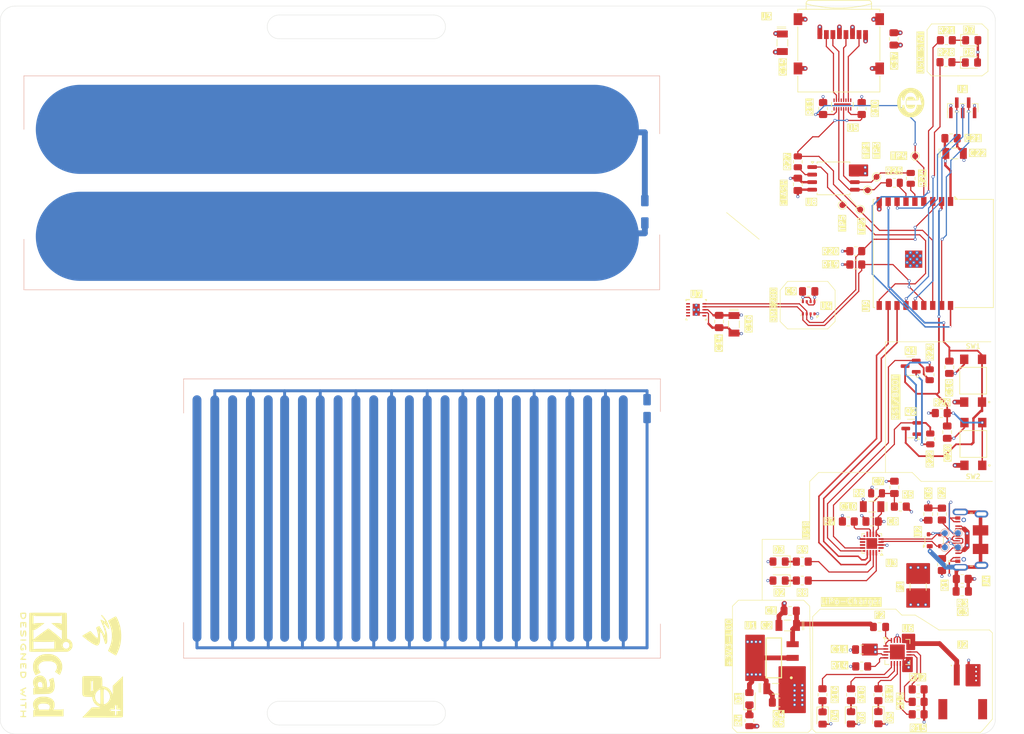
<source format=kicad_pcb>
(kicad_pcb (version 20241229) (generator "pcbnew") (generator_version "9.0")
  (title_block (title "Wood Moisture Content Sensor(POC)") (company "Schwengle Electronics") (comment 1 "ing.Gianfranco Schwengle"))
  (layers (0 "F.Cu" signal) (4 "In1.Cu" signal) (6 "In2.Cu" signal) (2 "B.Cu" signal) (13 "F.Paste" user) (15 "B.Paste" user) (5 "F.SilkS" user "F.Silkscreen") (7 "B.SilkS" user "B.Silkscreen") (1 "F.Mask" user) (3 "B.Mask" user) (25 "Edge.Cuts" user))
  (net 0 "")
  (net 1 "+5V")
  (net 2 "/+5V_USB")
  (net 3 "GND")
  (net 4 "+3V3")
  (net 5 "/BOOT")
  (net 6 "VBUS")
  (net 7 "Net-(D2-K)")
  (net 8 "Net-(D3-K)")
  (net 9 "/EN")
  (net 10 "Net-(U3-VBUS)")
  (net 11 "Net-(D1-K)")
  (net 12 "Net-(D4-K)")
  (net 13 "Net-(F2-Pad1)")
  (net 14 "Net-(D5-K)")
  (net 15 "Net-(D6-K)")
  (net 16 "Net-(J3-CLK)")
  (net 17 "Net-(J4-CC1)")
  (net 18 "Net-(J3-CMD)")
  (net 19 "Net-(J3-DAT0)")
  (net 20 "/RTS")
  (net 21 "Net-(J3-DAT3{slash}CD)")
  (net 22 "/MISO_DO")
  (net 23 "/SCLK")
  (net 24 "/CS_SD")
  (net 25 "/MOSI_DI")
  (net 26 "/CS")
  (net 27 "Net-(Q1-B)")
  (net 28 "Net-(Q2-B)")
  (net 29 "Net-(J4-CC2)")
  (net 30 "Net-(U3-~{RST})")
  (net 31 "Net-(U3-~{TXT}{slash}GPIO.2)")
  (net 32 "Net-(U3-~{RXT}{slash}GPIO.3)")
  (net 33 "Net-(U6-PROG1)")
  (net 34 "Net-(U6-PROG3)")
  (net 35 "/RX-2-TX")
  (net 36 "/I2C_SDA")
  (net 37 "/GPIO19")
  (net 38 "/TX-2-RX")
  (net 39 "/I2C_SCL")
  (net 40 "/GPIO18")
  (net 41 "/CHARGING_POWER_GOOD")
  (net 42 "/CHARGED")
  (net 43 "/CHARGING")
  (net 46 "/CAP_SHIELD")
  (net 48 "/DTS")
  (net 49 "Net-(U6-THERM)")
  (net 50 "Net-(U6-~{TE})")
  (net 51 "Net-(U8-DO{slash}IO_{1})")
  (net 52 "Net-(U9-IO6)")
  (net 53 "Net-(U9-IO7)")
  (net 56 "/VBAT")
  (net 60 "/USB_DN")
  (net 61 "/USB_DP")
  (net 62 "/SHIELD1")
  (net 74 "Net-(D7-K)")
  (net 75 "Net-(D8-K)")
  (net 78 "/USR_LED2")
  (net 79 "/USR_LED1")
  (net 80 "/GPIO2")
  (net 81 "/Sensor_Cop")
  (net 82 "/Sensor_IDE")
  (net 83 "Net-(U7-CIN2)")
  (net 84 "Net-(U7-CIN1)")
  (footprint "Resistor_SMD:R_0805_2012Metric_Pad1.20x1.40mm_HandSolder" (layer "F.Cu") (at 268.5 102.25 90)
    (property "Reference" "R11")
    (property "Value" "10k" (hide yes))
  )
  (footprint "Capacitor_SMD:C_0805_2012Metric_Pad1.18x1.45mm_HandSolder" (layer "F.Cu") (at 276.75 171.75 180)
    (property "Reference" "C8")
    (property "Value" "0.1u" (hide yes))
  )
  (footprint "Capacitor_SMD:C_0805_2012Metric_Pad1.18x1.45mm_HandSolder" (layer "F.Cu") (at 290.0375 107.25)
    (property "Reference" "C21")
    (property "Value" "0.1u" (hide yes))
  )
  (footprint "schwengle-electronics:CAPC3216X110N" (layer "F.Cu") (at 262.55 189.25 180)
    (property "Reference" "C2")
    (property "Value" "10uF" (hide yes))
  )
  (footprint "schwengle-electronics:microSD_HC_Wuerth_693072010801" (layer "F.Cu") (at 271.15 91.35)
    (property "Reference" "J3")
    (property "Value" "Micro_SD_Card")
  )
  (footprint "schwengle-electronics:CAPC3216X110N" (layer "F.Cu") (at 290.6375 109.8)
    (property "Reference" "C22")
    (property "Value" "10uF" (hide yes))
  )
  (footprint "Resistor_SMD:R_0805_2012Metric_Pad1.20x1.40mm_HandSolder" (layer "F.Cu") (at 277.8 200.9 -90)
    (property "Reference" "R17")
    (property "Value" "10k" (hide yes))
  )
  (footprint "Resistor_SMD:R_0805_2012Metric_Pad1.20x1.40mm_HandSolder" (layer "F.Cu") (at 274 126.25)
    (property "Reference" "R20")
    (property "Value" "4k7" (hide yes))
  )
  (footprint "Resistor_SMD:R_0805_2012Metric_Pad1.20x1.40mm_HandSolder" (layer "F.Cu") (at 288.3875 153.5 180)
    (property "Reference" "R26")
    (property "Value" "10k")
  )
  (footprint "Capacitor_SMD:C_0805_2012Metric_Pad1.18x1.45mm_HandSolder" (layer "F.Cu") (at 286.2 170.5 -90)
    (property "Reference" "C6")
    (property "Value" "0.1u")
  )
  (footprint "Package_TO_SOT_SMD:SOT-143" (layer "F.Cu") (at 287.2 174.9 90)
    (property "Reference" "U2")
    (property "Value" "~")
  )
  (footprint "Resistor_SMD:R_0805_2012Metric_Pad1.20x1.40mm_HandSolder" (layer "F.Cu") (at 272.75 171.75)
    (property "Reference" "R7")
    (property "Value" "1K" (hide yes))
  )
  (footprint "Capacitor_SMD:C_0805_2012Metric_Pad1.18x1.45mm_HandSolder" (layer "F.Cu") (at 275 193.3 180)
    (property "Reference" "C11")
    (property "Value" "0.1u" (hide yes))
  )
  (footprint "Package_DFN_QFN:QFN-20-1EP_4x4mm_P0.5mm_EP2.5x2.5mm" (layer "F.Cu") (at 281 193.7)
    (property "Reference" "U6")
    (property "Value" "MCP73871" (hide yes))
  )
  (footprint "Resistor_SMD:R_0805_2012Metric_Pad1.20x1.40mm_HandSolder" (layer "F.Cu") (at 289.25 90.75)
    (property "Reference" "R21")
    (property "Value" "10k" (hide yes))
  )
  (footprint "schwengle-electronics:DCY0004A_M" (layer "F.Cu") (at 260.2 194.7 180)
    (property "Reference" "U1")
    (property "Value" "LM1117MPX-3.3/NOPB" (hide yes))
  )
  (footprint "Package_TO_SOT_SMD:SOT-23" (layer "F.Cu") (at 283.2375 145.6 180)
    (property "Reference" "Q1")
    (property "Value" "BC817" (hide yes))
  )
  (footprint "TestPoint:TestPoint_Pad_D1.0mm" (layer "F.Cu") (at 274.75 119.25 90)
    (property "Reference" "TP2")
    (property "Value" "Test MISO" (hide yes))
  )
  (footprint "LED_SMD:LED_0805_2012Metric_Pad1.15x1.40mm_HandSolder" (layer "F.Cu") (at 256.1 201.575 90)
    (property "Reference" "D1")
    (property "Value" "LED" (hide yes))
  )
  (footprint "TestPoint:TestPoint_Pad_D1.0mm" (layer "F.Cu") (at 271.75 118.5 90)
    (property "Reference" "TP5")
    (property "Value" "TEST CS" (hide yes))
  )
  (footprint "Capacitor_SMD:C_0805_2012Metric_Pad1.18x1.45mm_HandSolder" (layer "F.Cu") (at 280.4 90.5275 -90)
    (property "Reference" "C17")
    (property "Value" "0.1u")
  )
  (footprint "TestPoint:TestPoint_Pad_D1.0mm" (layer "F.Cu") (at 277.5 113.75)
    (property "Reference" "TP3")
    (property "Value" "Test CLK" (hide yes))
  )
  (footprint "LED_SMD:LED_0805_2012Metric_Pad1.15x1.40mm_HandSolder" (layer "F.Cu") (at 273.2 204.8 -90)
    (property "Reference" "D6")
    (property "Value" "LED" (hide yes))
  )
  (footprint "Capacitor_SMD:C_0805_2012Metric_Pad1.18x1.45mm_HandSolder" (layer "F.Cu") (at 291.925 183.51575)
    (property "Reference" "C3")
    (property "Value" "4n7")
  )
  (footprint "LOGO" (layer "F.Cu") (at 147.25 201.25 -90)
    (property "Reference" "G***" (hide yes))
    (property "Value" "LOGO" (hide yes))
  )
  (footprint "Resistor_SMD:R_0805_2012Metric_Pad1.20x1.40mm_HandSolder" (layer "F.Cu") (at 288.5 170.5 90)
    (property "Reference" "R2")
    (property "Value" "5k1" (hide yes))
  )
  (footprint "IP4252CZ16_8_TTL_1:QFN16_SOT1168-1_NEX" (layer "F.Cu") (at 271.75 101.5714 90)
    (property "Reference" "U5")
    (property "Value" "IP4252CZ16-8-TTL_1" (hide yes))
  )
  (footprint "TestPoint:TestPoint_Pad_D1.0mm" (layer "F.Cu") (at 284 110.25)
    (property "Reference" "TP4")
    (property "Value" "TEST CS_SD" (hide yes))
  )
  (footprint "Capacitor_SMD:C_0805_2012Metric_Pad1.18x1.45mm_HandSolder" (layer "F.Cu") (at 266.075 133.025 180)
    (property "Reference" "C9")
    (property "Value" "0.1u" (hide yes))
  )
  (footprint "schwengle-electronics:CAPC3216X110N" (layer "F.Cu") (at 253.5 138.5625 -90)
    (property "Reference" "C16")
    (property "Value" "1uF" (hide yes))
  )
  (footprint "schwengle-electronics:JST_S2B-PH-SM4-TB" (layer "F.Cu") (at 292 197.5875 180)
    (property "Reference" "J2")
    (property "Value" "Conn_01x02_Socket" (hide yes))
  )
  (footprint "Connector_PinHeader_1.00mm:PinHeader_1x05_P1.00mm_Vertical_SMD_Pin1Left" (layer "F.Cu") (at 292 102.125 90)
    (property "Reference" "J1")
    (property "Value" "Conn_01x05_Pin" (hide yes))
  )
  (footprint "RF_Module:ESP32-C3-WROOM-02" (layer "F.Cu") (at 283.95 126.64 -90)
    (property "Reference" "U9")
    (property "Value" "ESP32-C3-WROOM-02" (hide yes))
  )
  (footprint "schwengle-electronics:CAPC3216X110N" (layer "F.Cu") (at 261.65 91.1775 -90)
    (property "Reference" "C15")
    (property "Value" "10uF" (hide yes))
  )
  (footprint "Resistor_SMD:R_0805_2012Metric_Pad1.20x1.40mm_HandSolder" (layer "F.Cu") (at 281.5 169.25 180)
    (property "Reference" "R5")
    (property "Value" "22K1" (hide yes))
  )
  (footprint "Resistor_SMD:R_0805_2012Metric" (layer "F.Cu") (at 280.5 114.75)
    (property "Reference" "R25")
    (property "Value" "50" (hide yes))
  )
  (footprint "LED_SMD:LED_0805_2012Metric_Pad1.15x1.40mm_HandSolder" (layer "F.Cu") (at 268.4125 204.825 -90)
    (property "Reference" "D4")
    (property "Value" "LED" (hide yes))
  )
  (footprint "LOGO" (layer "F.Cu") (at 137.75 195.75 -90)
    (property "Reference" "G***" (hide yes))
    (property "Value" "LOGO" (hide yes))
  )
  (footprint "schwengle-electronics:CAPC3216X110N" (layer "F.Cu") (at 260.5 199.9)
    (property "Reference" "C4")
    (property "Value" "10uF" (hide yes))
  )
  (footprint "Capacitor_SMD:C_0805_2012Metric_Pad1.18x1.45mm_HandSolder" (layer "F.Cu") (at 264.25 115 -90)
    (property "Reference" "C19" (hide yes))
    (property "Value" "0.1u" (hide yes))
  )
  (footprint "Resistor_SMD:R_0805_2012Metric_Pad1.20x1.40mm_HandSolder" (layer "F.Cu") (at 265 181.695 180)
    (property "Reference" "R8")
    (property "Value" "330" (hide yes))
  )
  (footprint "Capacitor_SMD:C_0805_2012Metric_Pad1.18x1.45mm_HandSolder" (layer "F.Cu") (at 280.5 166 90)
    (property "Reference" "C7")
    (property "Value" "1u" (hide yes))
  )
  (footprint "LED_SMD:LED_0805_2012Metric_Pad1.15x1.40mm_HandSolder" (layer "F.Cu") (at 293.525 90.75)
    (property "Reference" "D7")
    (property "Value" "LED" (hide yes))
  )
  (footprint "schwengle-electronics:SW_TL3305AF260QG" (layer "F.Cu") (at 293.7875 158.7 180)
    (property "Reference" "SW2")
    (property "Value" "~")
  )
  (footprint "Resistor_SMD:R_0805_2012Metric_Pad1.20x1.40mm_HandSolder" (layer "F.Cu") (at 275 102.25 90)
    (property "Reference" "R10")
    (property "Value" "10k" (hide yes))
  )
  (footprint "Resistor_SMD:R_0805_2012Metric_Pad1.20x1.40mm_HandSolder" (layer "F.Cu") (at 274 128.5)
    (property "Reference" "R19")
    (property "Value" "4k7" (hide yes))
  )
  (footprint "LED_SMD:LED_0805_2012Metric_Pad1.15x1.40mm_HandSolder" (layer "F.Cu") (at 261.1 181.695 180)
    (property "Reference" "D2")
    (property "Value" "LED" (hide yes))
  )
  (footprint "Resistor_SMD:R_0805_2012Metric" (layer "F.Cu") (at 277.5 167 180)
    (property "Reference" "R6")
    (property "Value" "47K5" (hide yes))
  )
  (footprint "Package_SO:SOIC-8_5.3x5.3mm_P1.27mm" (layer "F.Cu") (at 270.25 114)
    (property "Reference" "U8")
    (property "Value" "W25Q32JVSS" (hide yes))
  )
  (footprint "Capacitor_SMD:C_0805_2012Metric_Pad1.18x1.45mm_HandSolder" (layer "F.Cu") (at 261 202.2)
    (property "Reference" "C5")
    (property "Value" "0.1u" (hide yes))
  )
  (footprint "FDC1004:DSC0010B" (layer "F.Cu") (at 247.15 136.1125)
    (property "Reference" "U7")
    (property "Value" "FDC1004DSCJ" (hide yes))
  )
  (footprint "Capacitor_SMD:C_0805_2012Metric_Pad1.18x1.45mm_HandSolder" (layer "F.Cu") (at 289.75 145.7875 -90)
    (property "Reference" "C18")
    (property "Value" "0.1u" (hide yes))
  )
  (footprint "Resistor_SMD:R_0805_2012Metric_Pad1.20x1.40mm_HandSolder" (layer "F.Cu") (at 284.5 200 180)
    (property "Reference" "R12")
    (property "Value" "10k" (hide yes))
  )
  (footprint "Fuse:Fuse_1210_3225Metric_Pad1.42x2.65mm_HandSolder" (layer "F.Cu") (at 284.5 182.75 -90)
    (property "Reference" "F1")
    (property "Value" "Fuse")
  )
  (footprint "TestPoint:TestPoint_Pad_D1.0mm" (layer "F.Cu") (at 276 116)
    (property "Reference" "TP1")
    (property "Value" "Test MISO" (hide yes))
  )
  (footprint "LED_SMD:LED_0805_2012Metric_Pad1.15x1.40mm_HandSolder" (layer "F.Cu") (at 293.475 94.5)
    (property "Reference" "D8")
    (property "Value" "LED" (hide yes))
  )
  (footprint "Resistor_SMD:R_0805_2012Metric_Pad1.20x1.40mm_HandSolder" (layer "F.Cu") (at 289.18 94.445)
    (property "Reference" "R28")
    (property "Value" "10k" (hide yes))
  )
  (footprint "Capacitor_SMD:C_0805_2012Metric_Pad1.18x1.45mm_HandSolder" (layer "F.Cu") (at 251 138.0875 -90)
    (property "Reference" "C14")
    (property "Value" "0.1u" (hide yes))
  )
  (footprint "schwengle-electronics:QFN-20-1EP_3x3mm_P0.5mm_EP1.8x1.8mm" (layer "F.Cu") (at 276.7 175.45 180)
    (property "Reference" "U3")
    (property "Value" "CP2102N-Axx-xQFN20" (hide yes))
  )
  (footprint "Capacitor_SMD:C_0805_2012Metric_Pad1.18x1.45mm_HandSolder" (layer "F.Cu") (at 289.3875 156.7125 -90)
    (property "Reference" "C20")
    (property "Value" "0.1u" (hide yes))
  )
  (footprint "LOGO" (layer "F.Cu") (at 147 191 -90)
    (property "Reference" "G***" (hide yes))
    (property "Value" "LOGO" (hide yes))
  )
  (footprint "Resistor_SMD:R_0805_2012Metric_Pad1.20x1.40mm_HandSolder" (layer "F.Cu") (at 273.2 200.9 -90)
    (property "Reference" "R18")
    (property "Value" "10k" (hide yes))
  )
  (footprint "Package_TO_SOT_SMD:SOT-23" (layer "F.Cu") (at 283.35 156.1 180)
    (property "Reference" "Q2")
    (property "Value" "BC817")
  )
  (footprint "Resistor_SMD:R_0805_2012Metric_Pad1.20x1.40mm_HandSolder" (layer "F.Cu") (at 291.925 181.41575)
    (property "Reference" "R3")
    (property "Value" "1M")
  )
  (footprint "schwengle-electronics:HIROSE_CX90B-16P1" (layer "F.Cu") (at 294.825 174.8 90)
    (property "Reference" "J4")
    (property "Value" "CX90B-16P1" (hide yes))
  )
  (footprint "Resistor_SMD:R_0805_2012Metric" (layer "F.Cu") (at 256.1 205.275 90)
    (property "Reference" "R4")
    (property "Value" "330" (hide yes))
  )
  (footprint "Resistor_SMD:R_0805_2012Metric_Pad1.20x1.40mm_HandSolder" (layer "F.Cu") (at 288.5 179 -90)
    (property "Reference" "R1")
    (property "Value" "5k1" (hide yes))
  )
  (footprint "Resistor_SMD:R_0805_2012Metric_Pad1.20x1.40mm_HandSolder" (layer "F.Cu") (at 265 178.5 180)
    (property "Reference" "R9")
    (property "Value" "330" (hide yes))
  )
  (footprint "Resistor_SMD:R_0805_2012Metric" (layer "F.Cu") (at 286.4375 147.05 90)
    (property "Reference" "R23")
    (property "Value" "10K" (hide yes))
  )
  (footprint "Resistor_SMD:R_0805_2012Metric_Pad1.20x1.40mm_HandSolder" (layer "F.Cu") (at 284.5 202.1 180)
    (property "Reference" "R13")
    (property "Value" "10k" (hide yes))
  )
  (footprint "Resistor_SMD:R_0805_2012Metric" (layer "F.Cu") (at 286.5375 157.85 -90)
    (property "Reference" "R22")
    (property "Value" "10K" (hide yes))
  )
  (footprint "schwengle-electronics:BME280-SE" (layer "F.Cu") (at 266.075 135.775 180)
    (property "Reference" "U4")
    (property "Value" "BME280_ADJ")
  )
  (footprint "Resistor_SMD:R_0805_2012Metric_Pad1.20x1.40mm_HandSolder" (layer "F.Cu") (at 268.4 200.9 -90)
    (property "Reference" "R16")
    (property "Value" "10k" (hide yes))
  )
  (footprint "LED_SMD:LED_0805_2012Metric_Pad1.15x1.40mm_HandSolder" (layer "F.Cu") (at 261.1 178.495 180)
    (property "Reference" "D3")
    (property "Value" "LED" (hide yes))
  )
  (footprint "schwengle-electronics:CAPC3216X110N" (layer "F.Cu") (at 276.75 169.25 180)
    (property "Reference" "C10")
    (property "Value" "4.7uF" (hide yes))
  )
  (footprint "Resistor_SMD:R_0805_2012Metric" (layer "F.Cu") (at 283.25 114 -90)
    (property "Reference" "R24")
    (property "Value" "50" (hide yes))
  )
  (footprint "LOGO" (layer "F.Cu") (at 283.25 101.25 -90)
    (property "Reference" "G***" (hide yes))
    (property "Value" "LOGO" (hide yes))
  )
  (footprint "Resistor_SMD:R_0805_2012Metric_Pad1.20x1.40mm_HandSolder" (layer "F.Cu") (at 284.5 204.2 180)
    (property "Reference" "R15")
    (property "Value" "10k" (hide yes))
  )
  (footprint "Resistor_SMD:R_0805_2012Metric_Pad1.20x1.40mm_HandSolder" (layer "F.Cu") (at 275 196.1375)
    (property "Reference" "R14")
    (property "Value" "10k" (hide yes))
  )
  (footprint "Fuse:Fuse_0805_2012Metric_Pad1.15x1.40mm_HandSolder" (layer "F.Cu") (at 278 189.5 180)
    (property "Reference" "F2")
    (property "Value" "Fuse" (hide yes))
  )
  (footprint "LED_SMD:LED_0805_2012Metric_Pad1.15x1.40mm_HandSolder" (layer "F.Cu") (at 277.8 204.775 -90)
    (property "Reference" "D5")
    (property "Value" "LED" (hide yes))
  )
  (footprint "schwengle-electronics:SW_TL3305AF260QG" (layer "F.Cu") (at 293.75 148.05 180)
    (property "Reference" "SW1")
    (property "Value" "~")
  )
  (footprint "Capacitor_SMD:C_0805_2012Metric_Pad1.18x1.45mm_HandSolder" (layer "F.Cu") (at 262.9625 186.8 180)
    (property "Reference" "C1")
    (property "Value" "0.1u" (hide yes))
  )
  (footprint "Resistor_SMD:R_0805_2012Metric" (layer "F.Cu") (at 264.247822 111.212281 -90)
    (property "Reference" "R27")
    (property "Value" "50" (hide yes))
  )
  (footprint "TestPoint:TestPoint_Pad_D1.0mm" (layer "B.Cu") (at 291.2 173.7 180)
    (property "Reference" "TP9" (hide yes))
    (property "Value" "TEST CS_SD" (hide yes))
  )
  (footprint "TestPoint:TestPoint_Pad_D1.0mm" (layer "B.Cu") (at 289 173.7 180)
    (property "Reference" "TP8" (hide yes))
    (property "Value" "Test CLK")
  )
  (footprint "TestPoint:TestPoint_Pad_D1.0mm" (layer "B.Cu") (at 291.2 176.1 180)
    (property "Reference" "TP6" (hide yes))
    (property "Value" "Test MOSI" (hide yes))
  )
  (footprint "schwengle-electronics:Capacitive_Sensor_IDE_80pF~100pF" (layer "B.Cu") (at 238.875 171.5 -90)
    (property "Reference" "C23" (hide yes))
    (property "Value" "~")
  )
  (footprint "TestPoint:TestPoint_Pad_D1.0mm" (layer "B.Cu") (at 289 176.1 180)
    (property "Reference" "TP7" (hide yes))
    (property "Value" "Test MISO" (hide yes))
  )
  (footprint "schwengle-electronics:Capacitive_Sensor_Coplaner_80pF~100pF" (layer "B.Cu") (at 238.5 114.75 -90)
    (property "Reference" "C13" (hide yes))
    (property "Value" "~")
  )
  (gr_line (start 295.5 206.75) (end 295 207.25) (stroke (width 0.1)) (layer "F.SilkS"))
  (gr_line (start 284 187.5) (end 285.25 188.25) (stroke (width 0.1)) (layer "F.SilkS"))
  (gr_line (start 283.5 163.5) (end 285 165) (stroke (width 0.1)) (layer "F.SilkS"))
  (gr_line (start 261.276 132.8365) (end 261.276 138.0865) (stroke (width 0.1)) (layer "F.SilkS"))
  (gr_line (start 291.25 96.75) (end 286.75 96.75) (stroke (width 0.1)) (layer "F.SilkS"))
  (gr_line (start 265.25 185) (end 254.25 185) (stroke (width 0.1)) (layer "F.SilkS"))
  (gr_line (start 268 186.5) (end 280.75 186.5) (stroke (width 0.1)) (layer "F.SilkS"))
  (gr_line (start 295.25 88) (end 296.25 89) (stroke (width 0.1)) (layer "F.SilkS"))
  (gr_line (start 267.25 207.25) (end 266.75 206.75) (stroke (width 0.1)) (layer "F.SilkS"))
  (gr_line (start 265.25 190) (end 265.25 188.5) (stroke (width 0.1)) (layer "F.SilkS"))
  (gr_line (start 258 199) (end 258 200.5) (stroke (width 0.1)) (layer "F.SilkS"))
  (gr_line (start 270.526 138.0865) (end 270.526 132.8365) (stroke (width 0.1)) (layer "F.SilkS"))
  (gr_line (start 272.75 117) (end 274.25 118.75) (stroke (width 0.1)) (layer "F.SilkS"))
  (gr_line (start 296.25 89) (end 296.25 96) (stroke (width 0.1)) (layer "F.SilkS"))
  (gr_line (start 296.25 96) (end 295.25 96.75) (stroke (width 0.1)) (layer "F.SilkS"))
  (gr_line (start 295.25 96.75) (end 291.25 96.75) (stroke (width 0.1)) (layer "F.SilkS"))
  (gr_line (start 285 165) (end 297 165) (stroke (width 0.1)) (layer "F.SilkS"))
  (gr_line (start 262.526 131.3365) (end 261.276 132.8365) (stroke (width 0.1)) (layer "F.SilkS"))
  (gr_line (start 286.75 88) (end 295.25 88) (stroke (width 0.1)) (layer "F.SilkS"))
  (gr_line (start 267.25 187.25) (end 268 186.5) (stroke (width 0.1)) (layer "F.SilkS"))
  (gr_line (start 254 207.25) (end 266 207.25) (stroke (width 0.1)) (layer "F.SilkS"))
  (gr_line (start 262.526 139.3365) (end 269.276 139.3365) (stroke (width 0.1)) (layer "F.SilkS"))
  (gr_line (start 297 190.5) (end 297 205) (stroke (width 0.1)) (layer "F.SilkS"))
  (gr_line (start 269.276 139.3365) (end 270.526 138.0865) (stroke (width 0.1)) (layer "F.SilkS"))
  (gr_line (start 288 190) (end 296.5 190) (stroke (width 0.1)) (layer "F.SilkS"))
  (gr_line (start 286.75 96.75) (end 286 96) (stroke (width 0.1)) (layer "F.SilkS"))
  (gr_line (start 279 141.5) (end 296.75 141.5) (stroke (width 0.1)) (layer "F.SilkS"))
  (gr_line (start 265 190) (end 265 188.5) (stroke (width 0.1)) (layer "F.SilkS"))
  (gr_line (start 258.25 174.75) (end 266.25 174.75) (stroke (width 0.1)) (layer "F.SilkS"))
  (gr_line (start 286 89) (end 286.75 88) (stroke (width 0.1)) (layer "F.SilkS"))
  (gr_line (start 295 207.25) (end 267.25 207.25) (stroke (width 0.1)) (layer "F.SilkS"))
  (gr_line (start 266.75 187.75) (end 267.25 187.25) (stroke (width 0.1)) (layer "F.SilkS"))
  (gr_line (start 257.75 199) (end 257.75 200.5) (stroke (width 0.1)) (layer "F.SilkS"))
  (gr_line (start 266.25 186) (end 265.5 185.25) (stroke (width 0.1)) (layer "F.SilkS"))
  (gr_line (start 266 207.25) (end 266.5 206.75) (stroke (width 0.1)) (layer "F.SilkS"))
  (gr_line (start 279 163.5) (end 279 141.5) (stroke (width 0.1)) (layer "F.SilkS"))
  (gr_line (start 280.75 186.5) (end 281.75 187.5) (stroke (width 0.1)) (layer "F.SilkS"))
  (gr_line (start 279.25 168.5) (end 279.25 170) (stroke (width 0.1)) (layer "F.SilkS"))
  (gr_line (start 281.75 187.5) (end 284 187.5) (stroke (width 0.1)) (layer "F.SilkS"))
  (gr_line (start 257.75 124.25) (end 252.25 119.75) (stroke (width 0.1)) (layer "F.SilkS"))
  (gr_line (start 252.75 136.25) (end 254.25 136.25) (stroke (width 0.1)) (layer "F.SilkS"))
  (gr_line (start 288.25 110.5) (end 288.25 109) (stroke (width 0.1)) (layer "F.SilkS"))
  (gr_line (start 297 205) (end 295.5 206.75) (stroke (width 0.1)) (layer "F.SilkS"))
  (gr_line (start 258.25 185) (end 258.25 174.75) (stroke (width 0.1)) (layer "F.SilkS"))
  (gr_line (start 265.5 185.25) (end 265.25 185) (stroke (width 0.1)) (layer "F.SilkS"))
  (gr_line (start 254.25 185) (end 253.5 185.75) (stroke (width 0.1)) (layer "F.SilkS"))
  (gr_line (start 296.5 190) (end 297 190.5) (stroke (width 0.1)) (layer "F.SilkS"))
  (gr_line (start 260.75 88.75) (end 262.25 88.75) (stroke (width 0.1)) (layer "F.SilkS"))
  (gr_line (start 266.75 206.75) (end 266.75 187.75) (stroke (width 0.1)) (layer "F.SilkS"))
  (gr_line (start 288 110.5) (end 288 109) (stroke (width 0.1)) (layer "F.SilkS"))
  (gr_line (start 267.75 163.5) (end 283.5 163.5) (stroke (width 0.1)) (layer "F.SilkS"))
  (gr_line (start 270.526 132.8365) (end 269.276 131.3365) (stroke (width 0.1)) (layer "F.SilkS"))
  (gr_circle (center 270 102.75) (end 270.1 102.75) (stroke (width 0.1)) (fill yes) (layer "F.SilkS"))
  (gr_line (start 257.75 199) (end 257.75 200.5) (stroke (width 0.1)) (layer "F.SilkS"))
  (gr_line (start 285.25 188.25) (end 288 190) (stroke (width 0.1)) (layer "F.SilkS"))
  (gr_line (start 260.75 88.5) (end 262.25 88.5) (stroke (width 0.1)) (layer "F.SilkS"))
  (gr_line (start 253.25 186) (end 253.25 206.5) (stroke (width 0.1)) (layer "F.SilkS"))
  (gr_line (start 266.25 165) (end 267.75 163.5) (stroke (width 0.1)) (layer "F.SilkS"))
  (gr_line (start 269.276 131.3365) (end 262.526 131.3365) (stroke (width 0.1)) (layer "F.SilkS"))
  (gr_line (start 253.5 185.75) (end 253.25 186) (stroke (width 0.1)) (layer "F.SilkS"))
  (gr_line (start 286 96) (end 286 89) (stroke (width 0.1)) (layer "F.SilkS"))
  (gr_line (start 266.25 174.75) (end 266.25 165) (stroke (width 0.1)) (layer "F.SilkS"))
  (gr_line (start 252.75 136) (end 254.25 136) (stroke (width 0.1)) (layer "F.SilkS"))
  (gr_line (start 258 199) (end 258 200.5) (stroke (width 0.1)) (layer "F.SilkS"))
  (gr_line (start 261.276 138.0865) (end 262.526 139.3365) (stroke (width 0.1)) (layer "F.SilkS"))
  (gr_line (start 279 168.5) (end 279 170) (stroke (width 0.1)) (layer "F.SilkS"))
  (gr_line (start 266.5 206.75) (end 266.25 186) (stroke (width 0.1)) (layer "F.SilkS"))
  (gr_line (start 253.25 206.5) (end 254 207.25) (stroke (width 0.1)) (layer "F.SilkS"))
  (gr_arc (start 176.95 90.5) (mid 174.95 88.5) (end 176.95 86.5) (stroke (width 0.05)) (layer "Edge.Cuts"))
  (gr_line (start 130 87.5) (end 130 205) (stroke (width 0.05)) (layer "Edge.Cuts"))
  (gr_arc (start 202.95 202) (mid 204.95 204) (end 202.95 206) (stroke (width 0.05)) (layer "Edge.Cuts"))
  (gr_arc (start 295 85) (mid 296.767767 85.732233) (end 297.5 87.5) (stroke (width 0.05)) (layer "Edge.Cuts"))
  (gr_line (start 132.5 207.5) (end 295 207.5) (stroke (width 0.05)) (layer "Edge.Cuts"))
  (gr_arc (start 132.5 207.5) (mid 130.732233 206.767767) (end 130 205) (stroke (width 0.05)) (layer "Edge.Cuts"))
  (gr_line (start 202.95 90.5) (end 176.95 90.5) (stroke (width 0.05)) (layer "Edge.Cuts"))
  (gr_line (start 176.95 202) (end 202.95 202) (stroke (width 0.05)) (layer "Edge.Cuts"))
  (gr_line (start 295 85) (end 132.5 85) (stroke (width 0.05)) (layer "Edge.Cuts"))
  (gr_line (start 176.95 86.5) (end 202.95 86.5) (stroke (width 0.05)) (layer "Edge.Cuts"))
  (gr_arc (start 297.5 205) (mid 296.767767 206.767767) (end 295 207.5) (stroke (width 0.05)) (layer "Edge.Cuts"))
  (gr_arc (start 202.95 86.5) (mid 204.95 88.5) (end 202.95 90.5) (stroke (width 0.05)) (layer "Edge.Cuts"))
  (gr_arc (start 130 87.5) (mid 130.732233 85.732233) (end 132.5 85) (stroke (width 0.05)) (layer "Edge.Cuts"))
  (gr_arc (start 176.95 206) (mid 174.95 204) (end 176.95 202) (stroke (width 0.05)) (layer "Edge.Cuts"))
  (gr_line (start 297.5 205) (end 297.5 87.5) (stroke (width 0.05)) (layer "Edge.Cuts"))
  (gr_line (start 202.95 206) (end 176.95 206) (stroke (width 0.05)) (layer "Edge.Cuts"))
  (gr_text "BME280" (at 260.776 138.3365 90) (layer "F.SilkS" knockout) (effects (font (size 1 1) (thickness 0.1)) (justify left bottom)))
  (gr_text "FLASH" (at 262.5 118.75 90) (layer "F.SilkS" knockout) (effects (font (size 1 1) (thickness 0.1)) (justify left bottom)))
  (gr_text "RST/BOOT" (at 281.25 154.75 90) (layer "F.SilkS" knockout) (effects (font (size 1 1) (thickness 0.1)) (justify left bottom)))
  (gr_text "USR STAT\n" (at 285.5 96.5 90) (layer "F.SilkS" knockout) (effects (font (size 1 1) (thickness 0.1)) (justify left bottom)))
  (gr_text "+3V3-LDO" (at 253.25 196.25 90) (layer "F.SilkS" knockout) (effects (font (size 1 1) (thickness 0.1)) (justify left bottom)))
  (gr_text "LiPo-Charger" (at 268 185.75 0) (layer "F.SilkS" knockout) (effects (font (size 1 1) (thickness 0.1)) (justify left bottom)))
  (gr_text "USB" (at 266.25 174.75 90) (layer "F.SilkS" knockout) (effects (font (size 1 1) (thickness 0.1)) (justify left bottom)))
  (segment (start 263.375 192.4) (end 263.375 189.9) (width 0.8) (layer "F.Cu") (net 1))
  (segment (start 264.275 189) (end 264.025 189.25) (width 0.8) (layer "F.Cu") (net 1))
  (segment (start 276.975 189.5) (end 276.475 189) (width 0.8) (layer "F.Cu") (net 1))
  (segment (start 276.475 189) (end 264.275 189) (width 0.8) (layer "F.Cu") (net 1))
  (segment (start 264.025 189.25) (end 264.025 186.825) (width 0.8) (layer "F.Cu") (net 1))
  (segment (start 264.025 186.825) (end 264 186.8) (width 0.8) (layer "F.Cu") (net 1))
  (segment (start 263.375 189.9) (end 264.025 189.25) (width 0.8) (layer "F.Cu") (net 1))
  (segment (start 281.5 191.4) (end 281 190.9) (width 0.2) (layer "F.Cu") (net 2))
  (segment (start 277.6 194) (end 277.3 193.7) (width 0.2) (layer "F.Cu") (net 2))
  (segment (start 281 191.7625) (end 281 190.9) (width 0.2) (layer "F.Cu") (net 2))
  (segment (start 269.75 205.85) (end 269.8 205.8) (width 0.3) (layer "F.Cu") (net 2))
  (segment (start 273.2 205.825) (end 274.475 205.825) (width 0.3) (layer "F.Cu") (net 2))
  (segment (start 281.5 191.7625) (end 281.5 191.4) (width 0.2) (layer "F.Cu") (net 2))
  (segment (start 268.4125 205.85) (end 269.75 205.85) (width 0.3) (layer "F.Cu") (net 2))
  (segment (start 279.0625 194.2) (end 278.5 194.2) (width 0.2) (layer "F.Cu") (net 2))
  (segment (start 277.6 193.2) (end 277.3 192.9) (width 0.2) (layer "F.Cu") (net 2))
  (segment (start 278.5 194.2) (end 278.3 194) (width 0.2) (layer "F.Cu") (net 2))
  (segment (start 278.3 194) (end 277.6 194) (width 0.2) (layer "F.Cu") (net 2))
  (segment (start 280.5 191.7625) (end 280.5 191.4) (width 0.2) (layer "F.Cu") (net 2))
  (segment (start 280.5 191.4) (end 281 190.9) (width 0.2) (layer "F.Cu") (net 2))
  (segment (start 279.0625 193.2) (end 277.6 193.2) (width 0.2) (layer "F.Cu") (net 2))
  (segment (start 277.8 205.8) (end 279.2 205.8) (width 0.3) (layer "F.Cu") (net 2))
  (segment (start 274.475 205.825) (end 274.5 205.8) (width 0.3) (layer "F.Cu") (net 2))
  (via (at 274.5 205.8) (size 0.5) (drill 0.3) (layers "F.Cu" "B.Cu") (net 2))
  (via (at 277.3 193.7) (size 0.5) (drill 0.3) (layers "F.Cu" "B.Cu") (net 2))
  (via (at 277.3 192.9) (size 0.5) (drill 0.3) (layers "F.Cu" "B.Cu") (net 2))
  (via (at 283.25 185.75) (size 0.5) (drill 0.3) (layers "F.Cu" "B.Cu") (net 2))
  (via (at 284.5 185.75) (size 0.5) (drill 0.3) (layers "F.Cu" "B.Cu") (net 2))
  (via (at 285.75 185.75) (size 0.5) (drill 0.3) (layers "F.Cu" "B.Cu") (net 2))
  (via (at 269.8 205.8) (size 0.5) (drill 0.3) (layers "F.Cu" "B.Cu") (net 2))
  (via (at 281 190.9) (size 0.5) (drill 0.3) (layers "F.Cu" "B.Cu") (net 2))
  (via (at 279.2 205.8) (size 0.5) (drill 0.3) (layers "F.Cu" "B.Cu") (net 2))
  (segment (start 253.5 140.125) (end 254.733311 140.125) (width 0.4) (layer "F.Cu") (net 3))
  (segment (start 251 139.125) (end 252.5 139.125) (width 0.4) (layer "F.Cu") (net 3))
  (segment (start 278.25 175.7) (end 276.95 175.7) (width 0.2) (layer "F.Cu") (net 3))
  (segment (start 261.925 186.8) (end 261.925 185.575) (width 0.8) (layer "F.Cu") (net 3))
  (segment (start 256.1 206.1875) (end 257.3875 206.1875) (width 0.8) (layer "F.Cu") (net 3))
  (segment (start 291.075 108.675) (end 292.2 109.8) (width 0.4) (layer "F.Cu") (net 3))
  (segment (start 265.1 134.025) (end 266.125 134.025) (width 0.2) (layer "F.Cu") (net 3))
  (segment (start 277.05 87.2) (end 277 87.25) (width 0.8) (layer "F.Cu") (net 3))
  (segment (start 278.25 175.7) (end 279.2 175.7) (width 0.2) (layer "F.Cu") (net 3))
  (segment (start 291.175 171.165) (end 290.053012 171.165) (width 0.2) (layer "F.Cu") (net 3))
  (segment (start 280.4 91.565) (end 281.520971 91.565) (width 0.8) (layer "F.Cu") (net 3))
  (segment (start 286.2375 169.5) (end 286.2 169.4625) (width 0.2) (layer "F.Cu") (net 3))
  (segment (start 261.925 185.575) (end 262 185.5) (width 0.8) (layer "F.Cu") (net 3))
  (segment (start 282 194.7) (end 281 193.7) (width 0.2) (layer "F.Cu") (net 3))
  (segment (start 275.15 174.7) (end 274.7 174.7) (width 0.2) (layer "F.Cu") (net 3))
  (segment (start 292.2 110.946244) (end 292.2 109.8) (width 0.4) (layer "F.Cu") (net 3))
  (segment (start 249.21645 136.78355) (end 249.21645 138.46645) (width 0.2) (layer "F.Cu") (net 3))
  (segment (start 290.425 177.825) (end 290 178.25) (width 0.2) (layer "F.Cu") (net 3))
  (segment (start 252.5 139.125) (end 253.5 140.125) (width 0.4) (layer "F.Cu") (net 3))
  (segment (start 291.175 171.775) (end 290.525 171.775) (width 0.2) (layer "F.Cu") (net 3))
  (segment (start 289.75 178.5) (end 289.75 180.75) (width 0.25) (layer "F.Cu") (net 3))
  (segment (start 254.733311 140.125) (end 254.743956 140.135645) (width 0.4) (layer "F.Cu") (net 3))
  (segment (start 276.95 175.7) (end 276.7 175.45) (width 0.2) (layer "F.Cu") (net 3))
  (segment (start 288.5 180) (end 288.5 181) (width 0.3) (layer "F.Cu") (net 3))
  (segment (start 275.7125 171.75) (end 275.7125 171.4625) (width 0.2) (layer "F.Cu") (net 3))
  (segment (start 290 178.25) (end 289.75 178.5) (width 0.2) (layer "F.Cu") (net 3))
  (segment (start 247.751999 136.612499) (end 247.700999 136.663499) (width 0.2) (layer "F.Cu") (net 3))
  (segment (start 265.1 133.0875) (end 265.0375 133.025) (width 0.2) (layer "F.Cu") (net 3))
  (segment (start 281.520971 91.565) (end 281.525244 91.569273) (width 0.8) (layer "F.Cu") (net 3))
  (segment (start 289.815 178.435) (end 289.75 178.5) (width 0.2) (layer "F.Cu") (net 3))
  (segment (start 290.5 171.75) (end 289.984006 171.234006) (width 0.2) (layer "F.Cu") (net 3))
  (segment (start 291.075 107.25) (end 291.075 108.675) (width 0.4) (layer "F.Cu") (net 3))
  (segment (start 266.6625 115.905) (end 264.3825 115.905) (width 0.4) (layer "F.Cu") (net 3))
  (segment (start 261.075 189.25) (end 261.075 187.65) (width 0.8) (layer "F.Cu") (net 3))
  (segment (start 276.5875 167) (end 276.5875 166.1625) (width 0.25) (layer "F.Cu") (net 3))
  (segment (start 289.75 171) (end 289.75 168.75) (width 0.25) (layer "F.Cu") (net 3))
  (segment (start 264.275 95.5) (end 265.5 95.5) (width 0.8) (layer "F.Cu") (net 3))
  (segment (start 292.925 183.47825) (end 292.9625 183.51575) (width 0.6) (layer "F.Cu") (net 3))
  (segment (start 290.053012 171.165) (end 289.984006 171.234006) (width 0.2) (layer "F.Cu") (net 3))
  (segment (start 277.95 117.89) (end 277.95 119.180716) (width 0.8) (layer "F.Cu") (net 3))
  (segment (start 266.125 134.025) (end 266.4 134.3) (width 0.2) (layer "F.Cu") (net 3))
  (segment (start 275.95 174.7) (end 276.7 175.45) (width 0.2) (layer "F.Cu") (net 3))
  (segment (start 265.1 134.025) (end 265.1 133.0875) (width 0.2) (layer "F.Cu") (net 3))
  (segment (start 277.95 119.180716) (end 277.953856 119.184572) (width 0.8) (layer "F.Cu") (net 3))
  (segment (start 292.2875 155.9625) (end 290.5 157.75) (width 0.254) (layer "F.Cu") (net 3))
  (segment (start 285.5 204.2) (end 285.5 205.5) (width 0.4) (layer "F.Cu") (net 3))
  (segment (start 288.5 169.5) (end 286.2375 169.5) (width 0.2) (layer "F.Cu") (net 3))
  (segment (start 292.25 151.65) (end 290.65 151.65) (width 0.8) (layer "F.Cu") (net 3))
  (segment (start 261.075 187.65) (end 261.925 186.8) (width 0.8) (layer "F.Cu") (net 3))
  (segment (start 275.1875 169.25) (end 275.1875 168.0625) (width 0.25) (layer "F.Cu") (net 3))
  (segment (start 273.2 193.3) (end 273.9625 193.3) (width 0.3) (layer "F.Cu") (net 3))
  (segment (start 264.275 87.2) (end 265.45 87.2) (width 0.8) (layer "F.Cu") (net 3))
  (segment (start 279.0625 193.7) (end 281 193.7) (width 0.2) (layer "F.Cu") (net 3))
  (segment (start 282.9375 194.7) (end 282 194.7) (width 0.2) (layer "F.Cu") (net 3))
  (segment (start 249.875 139.125) (end 251 139.125) (width 0.4) (layer "F.Cu") (net 3))
  (segment (start 293 197.5875) (end 293 195.1) (width 0.4) (layer "F.Cu") (net 3))
  (segment (start 292.206774 110.953018) (end 292.2 110.946244) (width 0.4) (layer "F.Cu") (net 3))
  (segment (start 273.45 88.548) (end 273.45 89.8) (width 0.8) (layer "F.Cu") (net 3))
  (segment (start 260.450901 92.74) (end 260.447046 92.736145) (width 0.8) (layer "F.Cu") (net 3))
  (segment (start 275.65 90.9) (end 275.65 89.8) (width 0.8) (layer "F.Cu") (net 3))
  (segment (start 292.925 181.41575) (end 293.98425 181.41575) (width 0.6) (layer "F.Cu") (net 3))
  (segment (start 290.525 171.775) (end 290.5 171.75) (width 0.2) (layer "F.Cu") (net 3))
  (segment (start 286.2 169.4625) (end 286.2 168.55) (width 0.2) (layer "F.Cu") (net 3))
  (segment (start 248.525001 136.612499) (end 249.045399 136.612499) (width 0.2) (layer "F.Cu") (net 3))
  (segment (start 266.4 134.3) (end 266.4 134.75) (width 0.2) (layer "F.Cu") (net 3))
  (segment (start 274.7 174.7) (end 274.5 174.5) (width 0.2) (layer "F.Cu") (net 3))
  (segment (start 294 103) (end 294 101.75) (width 0.4) (layer "F.Cu") (net 3))
  (segment (start 249.045399 136.612499) (end 249.21645 136.78355) (width 0.2) (layer "F.Cu") (net 3))
  (segment (start 289.3875 157.75) (end 290.5 157.75) (width 0.3) (layer "F.Cu") (net 3))
  (segment (start 279.175 164.9625) (end 279.1375 165) (width 0.3) (layer "F.Cu") (net 3))
  (segment (start 280.1375 164.9625) (end 279.175 164.9625) (width 0.3) (layer "F.Cu") (net 3))
  (segment (start 290.730169 146.825) (end 290.732365 146.822804) (width 0.3) (layer "F.Cu") (net 3))
  (segment (start 291.175 177.825) (end 290.425 177.825) (width 0.2) (layer "F.Cu") (net 3))
  (segment (start 292.2875 162.3) (end 290.7 162.3) (width 0.8) (layer "F.Cu") (net 3))
  (segment (start 278.025 87.2) (end 277.05 87.2) (width 0.8) (layer "F.Cu") (net 3))
  (segment (start 275.7125 171.4625) (end 275 170.75) (width 0.3) (layer "F.Cu") (net 3))
  (segment (start 274 196.1375) (end 273.1375 196.1375) (width 0.3) (layer "F.Cu") (net 3))
  (segment (start 264.25 116.0375) (end 264.25 117.0675) (width 0.4) (layer "F.Cu") (net 3))
  (segment (start 267.05 136.8) (end 267.55 136.8) (width 0.2) (layer "F.Cu") (net 3))
  (segment (start 292.25 145.305169) (end 290.732365 146.822804) (width 0.3) (layer "F.Cu") (net 3))
  (segment (start 275.1875 168.0625) (end 275.25 168) (width 0.25) (layer "F.Cu") (net 3))
  (segment (start 289.984006 171.234006) (end 289.75 171) (width 0.25) (layer "F.Cu") (net 3))
  (segment (start 282 195.6375) (end 282 194.7) (width 0.2) (layer "F.Cu") (net 3))
  (segment (start 292.25 144.45) (end 292.25 145.305169) (width 0.3) (layer "F.Cu") (net 3))
  (segment (start 276.5875 166.1625) (end 276.75 166) (width 0.25) (layer "F.Cu") (net 3))
  (segment (start 264.3825 115.905) (end 264.25 116.0375) (width 0.4) (layer "F.Cu") (net 3))
  (segment (start 249.21645 138.46645) (end 249.875 139.125) (width 0.4) (layer "F.Cu") (net 3))
  (segment (start 289.75 146.825) (end 290.730169 146.825) (width 0.3) (layer "F.Cu") (net 3))
  (segment (start 275.15 174.7) (end 275.95 174.7) (width 0.2) (layer "F.Cu") (net 3))
  (segment (start 265.45 87.2) (end 265.5 87.25) (width 0.8) (layer "F.Cu") (net 3))
  (segment (start 291.175 178.435) (end 289.815 178.435) (width 0.2) (layer "F.Cu") (net 3))
  (segment (start 248.525001 136.612499) (end 247.751999 136.612499) (width 0.2) (layer "F.Cu") (net 3))
  (segment (start 289.75 168.75) (end 289.984006 168.515994) (width 0.25) (layer "F.Cu") (net 3))
  (segment (start 265.1 134.75) (end 265.1 134.025) (width 0.2) (layer "F.Cu") (net 3))
  (segment (start 278.025 95.5) (end 276.75 95.5) (width 0.8) (layer "F.Cu") (net 3))
  (segment (start 285.5 204.2) (end 285.5 200) (width 0.4) (layer "F.Cu") (net 3))
  (segment (start 292.25 144.45) (end 291.9375 144.7625) (width 0.3) (layer "F.Cu") (net 3))
  (segment (start 279.2 175.7) (end 279.25 175.75) (width 0.2) (layer "F.Cu") (net 3))
  (segment (start 261.65 92.74) (end 260.450901 92.74) (width 0.8) (layer "F.Cu") (net 3))
  (segment (start 292.2875 155.1) (end 292.2875 155.9625) (width 0.254) (layer "F.Cu") (net 3))
  (segment (start 292.925 181.41575) (end 292.925 183.47825) (width 0.6) (layer "F.Cu") (net 3))
  (segment (start 273.1 193.4) (end 273.2 193.3) (width 0.3) (layer "F.Cu") (net 3))
  (via (at 294.25 197) (size 0.3) (drill 0.3) (layers "F.Cu" "B.Cu") (net 3))
  (via (at 290.7 162.3) (size 0.5) (drill 0.3) (layers "F.Cu" "B.Cu") (net 3))
  (via (at 279.1375 165) (size 0.5) (drill 0.3) (layers "F.Cu" "B.Cu") (net 3))
  (via (at 265.1 134.025) (size 0.5) (drill 0.3) (layers "F.Cu" "B.Cu") (net 3))
  (via (at 289.75 180.75) (size 0.5) (drill 0.3) (layers "F.Cu" "B.Cu") (net 3))
  (via (at 285.5 205.5) (size 0.5) (drill 0.3) (layers "F.Cu" "B.Cu") (net 3))
  (via (at 263.7 202.6) (size 0.5) (drill 0.3) (layers "F.Cu" "B.Cu") (net 3))
  (via (at 265 201) (size 0.5) (drill 0.3) (layers "F.Cu" "B.Cu") (net 3))
  (via (at 265 200.2) (size 0.5) (drill 0.3) (layers "F.Cu" "B.Cu") (net 3))
  (via (at 257.3875 206.1875) (size 0.5) (drill 0.3) (layers "F.Cu" "B.Cu") (net 3))
  (via (at 273.45 88.548) (size 0.5) (drill 0.3) (layers "F.Cu" "B.Cu") (net 3))
  (via (at 267.575 136.775) (size 0.5) (drill 0.3) (layers "F.Cu" "B.Cu") (net 3))
  (via (at 260.5 92.75) (size 0.5) (drill 0.3) (layers "F.Cu" "B.Cu") (net 3))
  (via (at 294.25 196.25) (size 0.3) (drill 0.3) (layers "F.Cu" "B.Cu") (net 3))
  (via (at 294.25 198.5) (size 0.3) (drill 0.3) (layers "F.Cu" "B.Cu") (net 3))
  (via (at 279.25 175.75) (size 0.5) (drill 0.3) (layers "F.Cu" "B.Cu") (net 3))
  (via (at 294 101.75) (size 0.5) (drill 0.3) (layers "F.Cu" "B.Cu") (net 3))
  (via (at 273.1 193.4) (size 0.5) (drill 0.3) (layers "F.Cu" "B.Cu") (net 3))
  (via (at 275 170.75) (size 0.5) (drill 0.3) (layers "F.Cu" "B.Cu") (net 3))
  (via (at 265 199.3) (size 0.5) (drill 0.3) (layers "F.Cu" "B.Cu") (net 3))
  (via (at 263.7 201) (size 0.5) (drill 0.3) (layers "F.Cu" "B.Cu") (net 3))
  (via (at 265.5 87.25) (size 0.5) (drill 0.3) (layers "F.Cu" "B.Cu") (net 3))
  (via (at 254.759203 140.128021) (size 0.5) (drill 0.3) (layers "F.Cu" "B.Cu") (net 3))
  (via (at 276.75 166) (size 0.5) (drill 0.3) (layers "F.Cu" "B.Cu") (net 3))
  (via (at 262 185.5) (size 0.5) (drill 0.3) (layers "F.Cu" "B.Cu") (net 3))
  (via (at 275.25 168) (size 0.5) (drill 0.3) (layers "F.Cu" "B.Cu") (net 3))
  (via (at 263.7 200.2) (size 0.5) (drill 0.3) (layers "F.Cu" "B.Cu") (net 3))
  (via (at 292.206774 110.953018) (size 0.5) (drill 0.3) (layers "F.Cu" "B.Cu") (net 3))
  (via (at 275.65 90.9) (size 0.5) (drill 0.3) (layers "F.Cu" "B.Cu") (net 3))
  (via (at 276.75 95.5) (size 0.5) (drill 0.3) (layers "F.Cu" "B.Cu") (net 3))
  (via (at 281.525244 91.569273) (size 0.5) (drill 0.3) (layers "F.Cu" "B.Cu") (net 3))
  (via (at 274.5 174.5) (size 0.5) (drill 0.3) (layers "F.Cu" "B.Cu") (net 3))
  (via (at 290.732365 146.822804) (size 0.5) (drill 0.3) (layers "F.Cu" "B.Cu") (net 3))
  (via (at 293 195.1) (size 0.5) (drill 0.3) (layers "F.Cu" "B.Cu") (net 3))
  (via (at 263.7 199.3) (size 0.5) (drill 0.3) (layers "F.Cu" "B.Cu") (net 3))
  (via (at 265 201.8) (size 0.5) (drill 0.3) (layers "F.Cu" "B.Cu") (net 3))
  (via (at 264.25 117.0675) (size 0.5) (drill 0.3) (layers "F.Cu" "B.Cu") (net 3))
  (via (at 282.9 195.5) (size 0.5) (drill 0.3) (layers "F.Cu" "B.Cu") (net 3))
  (via (at 290 168.5) (size 0.5) (drill 0.3) (layers "F.Cu" "B.Cu") (net 3))
  (via (at 286.25 168.5) (size 0.5) (drill 0.3) (layers "F.Cu" "B.Cu") (net 3))
  (via (at 288.5 181) (size 0.5) (drill 0.3) (layers "F.Cu" "B.Cu") (net 3))
  (via (at 282.9 196.3) (size 0.5) (drill 0.3) (layers "F.Cu" "B.Cu") (net 3))
  (via (at 294 181.4) (size 0.5) (drill 0.3) (layers "F.Cu" "B.Cu") (net 3))
  (via (at 265 202.6) (size 0.5) (drill 0.3) (layers "F.Cu" "B.Cu") (net 3))
  (via (at 277.953856 119.184572) (size 0.5) (drill 0.3) (layers "F.Cu" "B.Cu") (net 3))
  (via (at 263.7 201.8) (size 0.5) (drill 0.3) (layers "F.Cu" "B.Cu") (net 3))
  (via (at 290.65 151.65) (size 0.5) (drill 0.3) (layers "F.Cu" "B.Cu") (net 3))
  (via (at 290.5 157.75) (size 0.5) (drill 0.3) (layers "F.Cu" "B.Cu") (net 3))
  (via (at 294.25 197.75) (size 0.3) (drill 0.3) (layers "F.Cu" "B.Cu") (net 3))
  (via (at 273.1375 196.1375) (size 0.5) (drill 0.3) (layers "F.Cu" "B.Cu") (net 3))
  (via (at 277 87.25) (size 0.5) (drill 0.3) (layers "F.Cu" "B.Cu") (net 3))
  (via (at 265.5 95.5) (size 0.5) (drill 0.3) (layers "F.Cu" "B.Cu") (net 3))
  (segment (start 291.2 173.7) (end 290.4 173.7) (width 0.2) (layer "B.Cu") (net 3))
  (segment (start 290.4 173.7) (end 289.75 173.05) (width 0.2) (layer "B.Cu") (net 3))
  (segment (start 289.75 173.05) (end 289.75 168.75) (width 0.2) (layer "B.Cu") (net 3))
  (segment (start 289.75 168.75) (end 290 168.5) (width 0.2) (layer "B.Cu") (net 3))
  (segment (start 289.075 111.825) (end 289.075 111.078092) (width 0.4) (layer "F.Cu") (net 4))
  (segment (start 277.7875 171.75) (end 278.75 171.75) (width 0.4) (layer "F.Cu") (net 4))
  (segment (start 267.05 134.75) (end 267.05 135.127) (width 0.2) (layer "F.Cu") (net 4))
  (segment (start 259.22291 178.495) (end 259.220369 178.497541) (width 0.3) (layer "F.Cu") (net 4))
  (segment (start 253.45 137.05) (end 253.5 137) (width 0.4) (layer "F.Cu") (net 4))
  (segment (start 273 126.25) (end 271.75 126.25) (width 0.4) (layer "F.Cu") (net 4))
  (segment (start 294.55 92.75) (end 294.55 94.45) (width 0.4) (layer "F.Cu") (net 4))
  (segment (start 266.4 136.8) (end 266.4 137.35) (width 0.2) (layer "F.Cu") (net 4))
  (segment (start 266.6625 114.635) (end 264.9225 114.635) (width 0.4) (layer "F.Cu") (net 4))
  (segment (start 248.525001 136.1125) (end 249.1125 136.1125) (width 0.2) (layer "F.Cu") (net 4))
  (segment (start 256.5 198.75) (end 256.1 199.15) (width 0.8) (layer "F.Cu") (net 4))
  (segment (start 281.49 89.49) (end 281.5 89.5) (width 0.4) (layer "F.Cu") (net 4))
  (segment (start 251 137.05) (end 253.45 137.05) (width 0.4) (layer "F.Cu") (net 4))
  (segment (start 273.8375 112.095) (end 274.095 112.095) (width 0.2) (layer "F.Cu") (net 4))
  (segment (start 289.075 109.8) (end 289.075 111.078092) (width 0.4) (layer "F.Cu") (net 4))
  (segment (start 274.095 112.095) (end 274.1 112.1) (width 0.2) (layer "F.Cu") (net 4))
  (segment (start 273 128.5) (end 271.75 128.5) (width 0.4) (layer "F.Cu") (net 4))
  (segment (start 294.55 90.75) (end 294.55 92.75) (width 0.4) (layer "F.Cu") (net 4))
  (segment (start 265.75 134.95) (end 265.75 134.75) (width 0.2) (layer "F.Cu") (net 4))
  (segment (start 268.5 101.25) (end 268.5 100.25) (width 0.2) (layer "F.Cu") (net 4))
  (segment (start 277.7875 170.9625) (end 278.3125 170.4375) (width 0.2) (layer "F.Cu") (net 4))
  (segment (start 253.5 137) (end 254.75 137) (width 0.4) (layer "F.Cu") (net 4))
  (segment (start 267.05 133.0875) (end 267.1125 133.025) (width 0.2) (layer "F.Cu") (net 4))
  (segment (start 271.75 171.75) (end 271.75 170.75) (width 0.4) (layer "F.Cu") (net 4))
  (segment (start 267.952624 89.797376) (end 267.952624 88.503081) (width 0.8) (layer "F.Cu") (net 4))
  (segment (start 260.523163 89.615) (end 261.65 89.615) (width 0.8) (layer "F.Cu") (net 4))
  (segment (start 256.1 199.15) (end 256.1 200.55) (width 0.8) (layer "F.Cu") (net 4))
  (segment (start 277.65 173.9) (end 277.45 173.9) (width 0.2) (layer "F.Cu") (net 4))
  (segment (start 289.95 117.89) (end 289.95 112.7) (width 0.4) (layer "F.Cu") (net 4))
  (segment (start 287.3875 153.5) (end 286.25 153.5) (width 0.4) (layer "F.Cu") (net 4))
  (segment (start 264.25 113.9625) (end 263.0375 113.9625) (width 0.4) (layer "F.Cu") (net 4))
  (segment (start 258.9375 198.5375) (end 257.9 197.5) (width 0.8) (layer "F.Cu") (net 4))
  (segment (start 271.25 89.8) (end 271.25 88.5) (width 0.8) (layer "F.Cu") (net 4))
  (segment (start 278.3125 170.4375) (end 278.3125 169.25) (width 0.2) (layer "F.Cu") (net 4))
  (segment (start 277.45 173.3) (end 277.7875 172.9625) (width 0.2) (layer "F.Cu") (net 4))
  (segment (start 260.075 178.495) (end 259.22291 178.495) (width 0.3) (layer "F.Cu") (net 4))
  (segment (start 260.513472 89.624691) (end 260.523163 89.615) (width 0.8) (layer "F.Cu") (net 4))
  (segment (start 267.05 135.127) (end 266.876 135.301) (width 0.2) (layer "F.Cu") (net 4))
  (segment (start 290 103) (end 290 101.75) (width 0.4) (layer "F.Cu") (net 4))
  (segment (start 267.05 134.75) (end 267.05 133.0875) (width 0.2) (layer "F.Cu") (net 4))
  (segment (start 250.05 137.05) (end 251 137.05) (width 0.4) (layer "F.Cu") (net 4))
  (segment (start 277.95 174.2) (end 277.65 173.9) (width 0.2) (layer "F.Cu") (net 4))
  (segment (start 289 107.25) (end 289 109.725) (width 0.4) (layer "F.Cu") (net 4))
  (segment (start 259.9625 202.2) (end 259.9625 200.925) (width 0.8) (layer "F.Cu") (net 4))
  (segment (start 277.45 173.9) (end 277.45 173.3) (width 0.2) (layer "F.Cu") (net 4))
  (segment (start 294.55 94.45) (end 294.5 94.5) (width 0.4) (layer "F.Cu") (net 4))
  (segment (start 275 101.25) (end 275 100.25) (width 0.2) (layer "F.Cu") (net 4))
  (segment (start 277.7875 172.9625) (end 277.7875 171.75) (width 0.2) (layer "F.Cu") (net 4))
  (segment (start 249.1125 136.1125) (end 250.05 137.05) (width 0.2) (layer "F.Cu") (net 4))
  (segment (start 266.101 135.301) (end 265.75 134.95) (width 0.2) (layer "F.Cu") (net 4))
  (segment (start 267.95 89.8) (end 267.952624 89.797376) (width 0.8) (layer "F.Cu") (net 4))
  (segment (start 264.9225 114.635) (end 264.25 113.9625) (width 0.4) (layer "F.Cu") (net 4))
  (segment (start 258.9375 199.9) (end 258.9375 198.5375) (width 0.8) (layer "F.Cu") (net 4))
  (segment (start 263.375 194.7) (end 257.025 194.7) (width 0.8) (layer "F.Cu") (net 4))
  (segment (start 280.4 89.49) (end 281.49 89.49) (width 0.8) (layer "F.Cu") (net 4))
  (segment (start 266.4 137.35) (end 266.575 137.525) (width 0.2) (layer "F.Cu") (net 4))
  (segment (start 260.075 181.695) (end 259.217921 181.695) (width 0.3) (layer "F.Cu") (net 4))
  (segment (start 289.95 112.7) (end 289.075 111.825) (width 0.4) (layer "F.Cu") (net 4))
  (segment (start 277.7875 171.75) (end 277.7875 170.9625) (width 0.2) (layer "F.Cu") (net 4))
  (segment (start 256.5 198) (end 256.5 198.75) (width 0.8) (layer "F.Cu") (net 4))
  (segment (start 256.5 198) (end 256.5 197.5) (width 0.4) (layer "F.Cu") (net 4))
  (segment (start 266.876 135.301) (end 266.101 135.301) (width 0.2) (layer "F.Cu") (net 4))
  (segment (start 289 109.725) (end 289.075 109.8) (width 0.4) (layer "F.Cu") (net 4))
  (segment (start 259.9625 200.925) (end 258.9375 199.9) (width 0.8) (layer "F.Cu") (net 4))
  (segment (start 259.217921 181.695) (end 259.217911 181.69499) (width 0.3) (layer "F.Cu") (net 4))
  (via (at 271.25 88.5) (size 0.5) (drill 0.3) (layers "F.Cu" "B.Cu") (net 4))
  (via (at 289.075 111.078092) (size 0.5) (drill 0.3) (layers "F.Cu" "B.Cu") (net 4))
  (via (at 257.9 192) (size 0.5) (drill 0.3) (layers "F.Cu" "B.Cu") (net 4))
  (via (at 256.5 192) (size 0.5) (drill 0.3) (layers "F.Cu" "B.Cu") (net 4))
  (via (at 290 101.75) (size 0.5) (drill 0.3) (layers "F.Cu" "B.Cu") (net 4))
  (via (at 256.5 197.5) (size 0.5) (drill 0.3) (layers "F.Cu" "B.Cu") (net 4))
  (via (at 271.75 170.75) (size 0.5) (drill 0.3) (layers "F.Cu" "B.Cu") (net 4))
  (via (at 271.75 128.5) (size 0.5) (drill 0.3) (layers "F.Cu" "B.Cu") (net 4))
  (via (at 271.75 126.25) (size 0.5) (drill 0.3) (layers "F.Cu" "B.Cu") (net 4))
  (via (at 275.5875 112.155) (size 0.5) (drill 0.3) (layers "F.Cu" "B.Cu") (net 4))
  (via (at 260.513472 89.624691) (size 0.5) (drill 0.3) (layers "F.Cu" "B.Cu") (net 4))
  (via (at 275.5875 113.155) (size 0.5) (drill 0.3) (layers "F.Cu" "B.Cu") (net 4))
  (via (at 286.25 153.5) (size 0.5) (drill 0.3) (layers "F.Cu" "B.Cu") (net 4))
  (via (at 294.55 92.75) (size 0.5) (drill 0.3) (layers "F.Cu" "B.Cu") (net 4))
  (via (at 275 100.25) (size 0.5) (drill 0.3) (layers "F.Cu" "B.Cu") (net 4))
  (via (at 266.575 137.525) (size 0.5) (drill 0.3) (layers "F.Cu" "B.Cu") (net 4))
  (via (at 255.8 197.5) (size 0.5) (drill 0.3) (layers "F.Cu" "B.Cu") (net 4))
  (via (at 257.9 197.5) (size 0.5) (drill 0.3) (layers "F.Cu" "B.Cu") (net 4))
  (via (at 257.2 197.5) (size 0.5) (drill 0.3) (layers "F.Cu" "B.Cu") (net 4))
  (via (at 257.2 192) (size 0.5) (drill 0.3) (layers "F.Cu" "B.Cu") (net 4))
  (via (at 268.5 100.25) (size 0.5) (drill 0.3) (layers "F.Cu" "B.Cu") (net 4))
  (via (at 267.075 134.025) (size 0.5) (drill 0.3) (layers "F.Cu" "B.Cu") (net 4))
  (via (at 267.952624 88.503081) (size 0.5) (drill 0.3) (layers "F.Cu" "B.Cu") (net 4))
  (via (at 255.8 192) (size 0.5) (drill 0.3) (layers "F.Cu" "B.Cu") (net 4))
  (via (at 263 114) (size 0.5) (drill 0.3) (layers "F.Cu" "B.Cu") (net 4))
  (via (at 259.25 178.5) (size 0.5) (drill 0.3) (layers "F.Cu" "B.Cu") (net 4))
  (via (at 254.75 137) (size 0.5) (drill 0.3) (layers "F.Cu" "B.Cu") (net 4))
  (via (at 278.75 171.75) (size 0.5) (drill 0.3) (layers "F.Cu" "B.Cu") (net 4))
  (via (at 281.5 89.5) (size 0.5) (drill 0.3) (layers "F.Cu" "B.Cu") (net 4))
  (via (at 259.217921 181.695) (size 0.5) (drill 0.3) (layers "F.Cu" "B.Cu") (net 4))
  (segment (start 295.25 153.15) (end 295.0355 153.15) (width 0.4) (layer "F.Cu") (net 5))
  (segment (start 294.5 143) (end 289.8 143) (width 0.3) (layer "F.Cu") (net 5))
  (segment (start 295.0355 153.15) (end 293.8 154.3855) (width 0.4) (layer "F.Cu") (net 5))
  (segment (start 293.8 158.45) (end 293.5 158.75) (width 0.4) (layer "F.Cu") (net 5))
  (segment (start 293.8 154.3855) (end 293.8 158.45) (width 0.4) (layer "F.Cu") (net 5))
  (segment (start 288.8 141.5) (end 289.75 142.45) (width 0.3) (layer "F.Cu") (net 5))
  (segment (start 290.8875 158.75) (end 288.8875 160.75) (width 0.3) (layer "F.Cu") (net 5))
  (segment (start 288.8 138.3) (end 288.8 141.5) (width 0.3) (layer "F.Cu") (net 5))
  (segment (start 282.3875 158.5) (end 282.4125 158.475) (width 0.3) (layer "F.Cu") (net 5))
  (segment (start 295.25 144.45) (end 295.25 151.65) (width 0.3) (layer "F.Cu") (net 5))
  (segment (start 289.75 143.05) (end 289.75 144.75) (width 0.3) (layer "F.Cu") (net 5))
  (segment (start 289.75 144.75) (end 289.75 144.5) (width 0.3) (layer "F.Cu") (net 5))
  (segment (start 290.05 144.45) (end 289.75 144.75) (width 0.3) (layer "F.Cu") (net 5))
  (segment (start 284.6375 160.75) (end 282.3875 158.5) (width 0.3) (layer "F.Cu") (net 5))
  (segment (start 282.4125 158.475) (end 282.4125 156.1) (width 0.3) (layer "F.Cu") (net 5))
  (segment (start 289.8 143) (end 289.75 143.05) (width 0.3) (layer "F.Cu") (net 5))
  (segment (start 289.75 144.5) (end 289.95 144.3) (width 0.3) (layer "F.Cu") (net 5))
  (segment (start 288.8875 160.75) (end 284.6375 160.75) (width 0.3) (layer "F.Cu") (net 5))
  (segment (start 295.25 144.45) (end 295.25 143.75) (width 0.3) (layer "F.Cu") (net 5))
  (segment (start 295.25 143.75) (end 294.5 143) (width 0.3) (layer "F.Cu") (net 5))
  (segment (start 279.45 117.89) (end 279.45 118.95) (width 0.2) (layer "F.Cu") (net 5))
  (segment (start 279.45 118.95) (end 279.5 119) (width 0.2) (layer "F.Cu") (net 5))
  (segment (start 295.25 151.65) (end 295.25 153.15) (width 0.4) (layer "F.Cu") (net 5))
  (segment (start 293.5 158.75) (end 290.8875 158.75) (width 0.3) (layer "F.Cu") (net 5))
  (segment (start 289.75 142.45) (end 289.75 144.75) (width 0.3) (layer "F.Cu") (net 5))
  (via (at 279.5 119) (size 0.5) (drill 0.3) (layers "F.Cu" "B.Cu") (net 5))
  (via (at 288.8 138.3) (size 0.5) (drill 0.3) (layers "F.Cu" "B.Cu") (net 5))
  (segment (start 279.5 132.2) (end 279.5 119) (width 0.3) (layer "B.Cu") (net 5))
  (segment (start 285.6 138.3) (end 279.5 132.2) (width 0.3) (layer "B.Cu") (net 5))
  (segment (start 288.8 138.3) (end 285.6 138.3) (width 0.3) (layer "B.Cu") (net 5))
  (segment (start 292.75 174) (end 292.75 175.5) (width 0.8) (layer "F.Cu") (net 6))
  (segment (start 292.75 173.5) (end 292.75 173.75) (width 0.8) (layer "F.Cu") (net 6))
  (segment (start 292.75 175.5) (end 292.75 175.75) (width 0.8) (layer "F.Cu") (net 6))
  (segment (start 291.175 172.525) (end 291.775 172.525) (width 0.2) (layer "F.Cu") (net 6))
  (segment (start 286.85 173.9) (end 287 173.75) (width 0.2) (layer "F.Cu") (net 6))
  (segment (start 291.675 177.075) (end 292.25 176.5) (width 0.2) (layer "F.Cu") (net 6))
  (segment (start 291.175 177.075) (end 291.675 177.075) (width 0.2) (layer "F.Cu") (net 6))
  (segment (start 292.75 173.75) (end 292.75 174) (width 0.8) (layer "F.Cu") (net 6))
  (segment (start 285.0375 171.5375) (end 285 171.5) (width 0.3) (layer "F.Cu") (net 6))
  (segment (start 292.225 172.975) (end 292.25 173) (width 0.2) (layer "F.Cu") (net 6))
  (segment (start 292.75 175.75) (end 292.75 176) (width 0.8) (layer "F.Cu") (net 6))
  (segment (start 291.775 172.525) (end 292.25 173) (width 0.2) (layer "F.Cu") (net 6))
  (segment (start 286.2 171.5375) (end 285.0375 171.5375) (width 0.3) (layer "F.Cu") (net 6))
  (segment (start 282.5 169.25) (end 283.375 170.125) (width 0.3) (layer "F.Cu") (net 6))
  (segment (start 292.75 176) (end 292.25 176.5) (width 0.8) (layer "F.Cu") (net 6))
  (segment (start 292.125 176.625) (end 291.175 176.625) (width 0.2) (layer "F.Cu") (net 6))
  (segment (start 292.25 173) (end 292.75 173.5) (width 0.8) (layer "F.Cu") (net 6))
  (segment (start 292.25 176.5) (end 292.125 176.625) (width 0.2) (layer "F.Cu") (net 6))
  (segment (start 286.25 173.9) (end 286.85 173.9) (width 0.2) (layer "F.Cu") (net 6))
  (segment (start 291.175 172.975) (end 292.225 172.975) (width 0.2) (layer "F.Cu") (net 6))
  (via (at 284.5 179.5) (size 0.5) (drill 0.3) (layers "F.Cu" "B.Cu") (net 6))
  (via (at 287 173.75) (size 0.5) (drill 0.3) (layers "F.Cu" "B.Cu") (net 6))
  (via (at 283.25 179.5) (size 0.5) (drill 0.3) (layers "F.Cu" "B.Cu") (net 6))
  (via (at 292.75 175.75) (size 0.5) (drill 0.3) (layers "F.Cu" "B.Cu") (net 6))
  (via (at 283.375 170.125) (size 0.5) (drill 0.3) (layers "F.Cu" "B.Cu") (net 6))
  (via (at 285 171.5) (size 0.5) (drill 0.3) (layers "F.Cu" "B.Cu") (net 6))
  (via (at 285.75 179.5) (size 0.5) (drill 0.3) (layers "F.Cu" "B.Cu") (net 6))
  (via (at 292.75 173.75) (size 0.5) (drill 0.3) (layers "F.Cu" "B.Cu") (net 6))
  (segment (start 287.05 173.7) (end 289 173.7) (width 0.2) (layer "B.Cu") (net 6))
  (segment (start 287 173.8) (end 287.1 173.8) (width 0.2) (layer "B.Cu") (net 6))
  (segment (start 287 173.75) (end 287.05 173.7) (width 0.2) (layer "B.Cu") (net 6))
  (segment (start 264 181.695) (end 262.125 181.695) (width 0.3) (layer "F.Cu") (net 7))
  (segment (start 264 178.5) (end 262.13 178.5) (width 0.3) (layer "F.Cu") (net 8))
  (segment (start 262.13 178.5) (end 262.125 178.495) (width 0.3) (layer "F.Cu") (net 8))
  (segment (start 288.45 117.89) (end 288.45 119.05) (width 0.4) (layer "F.Cu") (net 9))
  (segment (start 287.625 150.375) (end 288 150) (width 0.3) (layer "F.Cu") (net 9))
  (segment (start 289.3875 153.5) (end 290.4 153.5) (width 0.3) (layer "F.Cu") (net 9))
  (segment (start 295.2875 155.1) (end 295.2875 162.3) (width 0.254) (layer "F.Cu") (net 9))
  (segment (start 289.3875 153.5) (end 289.3875 152.1375) (width 0.3) (layer "F.Cu") (net 9))
  (segment (start 287.5 150.25) (end 284.25 150.25) (width 0.3) (layer "F.Cu") (net 9))
  (segment (start 284.25 150.25) (end 282.3 148.3) (width 0.3) (layer "F.Cu") (net 9))
  (segment (start 289.3875 152.1375) (end 287.625 150.375) (width 0.3) (layer "F.Cu") (net 9))
  (segment (start 289.3875 155.675) (end 289.3875 153.5) (width 0.3) (layer "F.Cu") (net 9))
  (segment (start 287.625 150.375) (end 287.5 150.25) (width 0.3) (layer "F.Cu") (net 9))
  (segment (start 288.45 119.05) (end 288.25 119.25) (width 0.4) (layer "F.Cu") (net 9))
  (segment (start 288 150) (end 288 137.25) (width 0.3) (layer "F.Cu") (net 9))
  (segment (start 282.3 148.3) (end 282.3 145.6) (width 0.3) (layer "F.Cu") (net 9))
  (via (at 295.2875 155.1) (size 0.5) (drill 0.3) (layers "F.Cu" "B.Cu") (net 9))
  (via (at 290.4 153.5) (size 0.5) (drill 0.3) (layers "F.Cu" "B.Cu") (net 9))
  (via (at 288 137.25) (size 0.5) (drill 0.3) (layers "F.Cu" "B.Cu") (net 9))
  (via (at 288.25 119.25) (size 0.5) (drill 0.3) (layers "F.Cu" "B.Cu") (net 9))
  (segment (start 288 119.5) (end 288.25 119.25) (width 0.3) (layer "B.Cu") (net 9))
  (segment (start 292.1 155.1) (end 295.2875 155.1) (width 0.3) (layer "B.Cu") (net 9))
  (segment (start 288 137.25) (end 288 119.5) (width 0.3) (layer "B.Cu") (net 9))
  (segment (start 290.5 153.5) (end 292.1 155.1) (width 0.3) (layer "B.Cu") (net 9))
  (segment (start 290.4 153.5) (end 290.5 153.5) (width 0.3) (layer "B.Cu") (net 9))
  (segment (start 280.5 169.25) (end 280.5 167.0375) (width 0.2) (layer "F.Cu") (net 10))
  (segment (start 278.45 167.0375) (end 278.4125 167) (width 0.2) (layer "F.Cu") (net 10))
  (segment (start 276.95 168.4625) (end 278.4125 167) (width 0.2) (layer "F.Cu") (net 10))
  (segment (start 280.5 167.0375) (end 278.45 167.0375) (width 0.2) (layer "F.Cu") (net 10))
  (segment (start 276.95 173.9) (end 276.95 168.4625) (width 0.2) (layer "F.Cu") (net 10))
  (segment (start 256.1 204.3625) (end 256.1 202.6) (width 0.8) (layer "F.Cu") (net 11))
  (segment (start 268.4 203.7875) (end 268.4125 203.8) (width 0.3) (layer "F.Cu") (net 12))
  (segment (start 268.4 201.9) (end 268.4 203.7875) (width 0.3) (layer "F.Cu") (net 12))
  (segment (start 279.025 191.125) (end 279.025 189.5) (width 0.2) (layer "F.Cu") (net 13))
  (segment (start 279.0625 192.7) (end 279.0625 192.2375) (width 0.2) (layer "F.Cu") (net 13))
  (segment (start 279.5375 191.7625) (end 280 191.7625) (width 0.2) (layer "F.Cu") (net 13))
  (segment (start 279.0625 192.2375) (end 279.5375 191.7625) (width 0.2) (layer "F.Cu") (net 13))
  (segment (start 279.5375 191.6375) (end 279.025 191.125) (width 0.2) (layer "F.Cu") (net 13))
  (segment (start 279.5375 191.7625) (end 279.5375 191.6375) (width 0.2) (layer "F.Cu") (net 13))
  (segment (start 277.8 201.9) (end 277.8 203.75) (width 0.3) (layer "F.Cu") (net 14))
  (segment (start 273.2 201.9) (end 273.2 203.775) (width 0.3) (layer "F.Cu") (net 15))
  (segment (start 271.95 100.8475) (end 271.95 92.05) (width 0.2) (layer "F.Cu") (net 16))
  (segment (start 272.35 91.65) (end 272.35 89.8) (width 0.2) (layer "F.Cu") (net 16))
  (segment (start 271.95 92.05) (end 272.35 91.65) (width 0.2) (layer "F.Cu") (net 16))
  (segment (start 291.175 176.2) (end 290.3 176.2) (width 0.2) (layer "F.Cu") (net 17))
  (segment (start 290.3 176.2) (end 288.5 178) (width 0.2) (layer "F.Cu") (net 17))
  (segment (start 271.150001 100.8475) (end 271.150001 92.650001) (width 0.2) (layer "F.Cu") (net 18))
  (segment (start 271.150001 92.650001) (end 270.15 91.65) (width 0.2) (layer "F.Cu") (net 18))
  (segment (start 270.15 91.65) (end 270.15 89.8) (width 0.2) (layer "F.Cu") (net 18))
  (segment (start 272.750001 93.499999) (end 274.55 91.7) (width 0.2) (layer "F.Cu") (net 19))
  (segment (start 272.750001 100.8475) (end 272.750001 93.499999) (width 0.2) (layer "F.Cu") (net 19))
  (segment (start 274.55 91.7) (end 274.55 89.8) (width 0.2) (layer "F.Cu") (net 19))
  (segment (start 285.4365 145.9115) (end 285.4365 146.9615) (width 0.3) (layer "F.Cu") (net 20))
  (segment (start 280.6 144.65) (end 284.175 144.65) (width 0.2) (layer "F.Cu") (net 20))
  (segment (start 271.45 176.7) (end 269.25 174.5) (width 0.2) (layer "F.Cu") (net 20))
  (segment (start 269.25 174.5) (end 269.25 168.75) (width 0.2) (layer "F.Cu") (net 20))
  (segment (start 279.5 158.5) (end 279.5 145.75) (width 0.2) (layer "F.Cu") (net 20))
  (segment (start 285.4365 146.9615) (end 286.4375 147.9625) (width 0.3) (layer "F.Cu") (net 20))
  (segment (start 275.45 176.7) (end 271.45 176.7) (width 0.2) (layer "F.Cu") (net 20))
  (segment (start 284.175 144.65) (end 285.4365 145.9115) (width 0.3) (layer "F.Cu") (net 20))
  (segment (start 269.25 168.75) (end 279.5 158.5) (width 0.2) (layer "F.Cu") (net 20))
  (segment (start 279.5 145.75) (end 280.6 144.65) (width 0.2) (layer "F.Cu") (net 20))
  (segment (start 270.25 99.5) (end 270.25 93) (width 0.2) (layer "F.Cu") (net 21))
  (segment (start 269.05 91.8) (end 269.05 89.8) (width 0.2) (layer "F.Cu") (net 21))
  (segment (start 270.25 93) (end 269.05 91.8) (width 0.2) (layer "F.Cu") (net 21))
  (segment (start 270.749999 100.8475) (end 270.75 100.847499) (width 0.2) (layer "F.Cu") (net 21))
  (segment (start 270.75 100) (end 270.25 99.5) (width 0.2) (layer "F.Cu") (net 21))
  (segment (start 270.75 100.847499) (end 270.75 100) (width 0.2) (layer "F.Cu") (net 21))
  (segment (start 272.5 104.25) (end 274.75 104.25) (width 0.2) (layer "F.Cu") (net 22))
  (segment (start 270.5 104.25) (end 267.75 107) (width 0.2) (layer "F.Cu") (net 22))
  (segment (start 286.95 135.39) (end 286.95 124.45) (width 0.2) (layer "F.Cu") (net 22))
  (segment (start 272.750001 102.2953) (end 272.750001 102.803701) (width 0.2) (layer "F.Cu") (net 22))
  (segment (start 270.25 112.75) (end 267.799781 110.299781) (width 0.2) (layer "F.Cu") (net 22))
  (segment (start 275 104) (end 275 103.25) (width 0.2) (layer "F.Cu") (net 22))
  (segment (start 285.25 122.75) (end 278 122.75) (width 0.2) (layer "F.Cu") (net 22))
  (segment (start 264.247822 109.502178) (end 264.247822 110.299781) (width 0.2) (layer "F.Cu") (net 22))
  (segment (start 286.95 124.45) (end 285.25 122.75) (width 0.2) (layer "F.Cu") (net 22))
  (segment (start 274.75 104.25) (end 275 104) (width 0.2) (layer "F.Cu") (net 22))
  (segment (start 272.750001 102.803701) (end 273.1963 103.25) (width 0.2) (layer "F.Cu") (net 22))
  (segment (start 270.25 115) (end 270.25 112.75) (width 0.2) (layer "F.Cu") (net 22))
  (segment (start 267.75 107) (end 266.75 107) (width 0.2) (layer "F.Cu") (net 22))
  (segment (start 267.799781 110.299781) (end 264.247822 110.299781) (width 0.2) (layer "F.Cu") (net 22))
  (segment (start 266.75 107) (end 264.247822 109.502178) (width 0.2) (layer "F.Cu") (net 22))
  (segment (start 278 122.75) (end 270.25 115) (width 0.2) (layer "F.Cu") (net 22))
  (segment (start 273.1963 103.25) (end 275 103.25) (width 0.2) (layer "F.Cu") (net 22))
  (via (at 270.5 104.25) (size 0.5) (drill 0.3) (layers "F.Cu" "B.Cu") (net 22))
  (via (at 272.5 104.25) (size 0.5) (drill 0.3) (layers "F.Cu" "B.Cu") (net 22))
  (segment (start 272.5 104.25) (end 270.5 104.25) (width 0.2) (layer "B.Cu") (net 22))
  (segment (start 273.8375 114.635) (end 273.025001 114.635) (width 0.2) (layer "F.Cu") (net 23))
  (segment (start 271.95 113.559999) (end 271.95 102.2953) (width 0.2) (layer "F.Cu") (net 23))
  (segment (start 283.25 113.0875) (end 278.1625 113.0875) (width 0.2) (layer "F.Cu") (net 23))
  (segment (start 278.1625 113.0875) (end 276.615 114.635) (width 0.2) (layer "F.Cu") (net 23))
  (segment (start 273.025001 114.635) (end 271.95 113.559999) (width 0.2) (layer "F.Cu") (net 23))
  (segment (start 276.615 114.635) (end 273.8375 114.635) (width 0.2) (layer "F.Cu") (net 23))
  (segment (start 270.749999 102.803701) (end 270.3037 103.25) (width 0.2) (layer "F.Cu") (net 24))
  (segment (start 270.3037 103.25) (end 268.5 103.25) (width 0.2) (layer "F.Cu") (net 24))
  (segment (start 268.5 103.25) (end 267.25 103.25) (width 0.2) (layer "F.Cu") (net 24))
  (segment (start 270.749999 102.2953) (end 270.749999 102.803701) (width 0.2) (layer "F.Cu") (net 24))
  (segment (start 284 110.75) (end 285.45 112.2) (width 0.2) (layer "F.Cu") (net 24))
  (segment (start 285.45 112.2) (end 285.45 117.89) (width 0.2) (layer "F.Cu") (net 24))
  (segment (start 284 108.25) (end 284 110.75) (width 0.2) (layer "F.Cu") (net 24))
  (via (at 267.25 103.25) (size 0.5) (drill 0.3) (layers "F.Cu" "B.Cu") (net 24))
  (via (at 284 108.25) (size 0.5) (drill 0.3) (layers "F.Cu" "B.Cu") (net 24))
  (segment (start 268.75 101.75) (end 267.25 103.25) (width 0.2) (layer "B.Cu") (net 24))
  (segment (start 281.25 101.75) (end 268.75 101.75) (width 0.2) (layer "B.Cu") (net 24))
  (segment (start 284 108.25) (end 284 104.5) (width 0.2) (layer "B.Cu") (net 24))
  (segment (start 284 104.5) (end 281.25 101.75) (width 0.2) (layer "B.Cu") (net 24))
  (segment (start 272.905 115.905) (end 271.150001 114.150001) (width 0.2) (layer "F.Cu") (net 25))
  (segment (start 273.8375 115.905) (end 277.095 115.905) (width 0.2) (layer "F.Cu") (net 25))
  (segment (start 271.150001 114.150001) (end 271.150001 102.2953) (width 0.2) (layer "F.Cu") (net 25))
  (segment (start 277.095 115.905) (end 278.25 114.75) (width 0.2) (layer "F.Cu") (net 25))
  (segment (start 278.25 114.75) (end 279.5875 114.75) (width 0.2) (layer "F.Cu") (net 25))
  (segment (start 273.8375 115.905) (end 272.905 115.905) (width 0.2) (layer "F.Cu") (net 25))
  (segment (start 269.25 115.5) (end 269.25 113.25) (width 0.2) (layer "F.Cu") (net 26))
  (segment (start 284 131.75) (end 285.75 130) (width 0.2) (layer "F.Cu") (net 26))
  (segment (start 277.25 123.5) (end 269.25 115.5) (width 0.2) (layer "F.Cu") (net 26))
  (segment (start 285.75 130) (end 285.75 124.5) (width 0.2) (layer "F.Cu") (net 26))
  (segment (start 285.75 124.5) (end 284.75 123.5) (width 0.2) (layer "F.Cu") (net 26))
  (segment (start 268.095 112.095) (end 266.6625 112.095) (width 0.2) (layer "F.Cu") (net 26))
  (segment (start 277.95 134.44) (end 280.64 131.75) (width 0.2) (layer "F.Cu") (net 26))
  (segment (start 280.64 131.75) (end 284 131.75) (width 0.2) (layer "F.Cu") (net 26))
  (segment (start 284.75 123.5) (end 277.25 123.5) (width 0.2) (layer "F.Cu") (net 26))
  (segment (start 277.95 135.39) (end 277.95 134.44) (width 0.2) (layer "F.Cu") (net 26))
  (segment (start 269.25 113.25) (end 268.095 112.095) (width 0.2) (layer "F.Cu") (net 26))
  (segment (start 284.175 146.55) (end 284.175 147.0375) (width 0.3) (layer "F.Cu") (net 27))
  (segment (start 285.1375 158.75) (end 286.525 158.75) (width 0.3) (layer "F.Cu") (net 27))
  (segment (start 284.175 147.0375) (end 284.3875 147.25) (width 0.3) (layer "F.Cu") (net 27))
  (segment (start 286.525 158.75) (end 286.5375 158.7625) (width 0.3) (layer "F.Cu") (net 27))
  (via (at 285.1375 158.75) (size 0.5) (drill 0.3) (layers "F.Cu" "B.Cu") (net 27))
  (via (at 284.3875 147.25) (size 0.5) (drill 0.3) (layers "F.Cu" "B.Cu") (net 27))
  (segment (start 284.3875 147.25) (end 285.1375 148) (width 0.3) (layer "B.Cu") (net 27))
  (segment (start 285.1375 148) (end 285.1375 158.75) (width 0.3) (layer "B.Cu") (net 27))
  (segment (start 286.4375 145.05) (end 286.3875 145) (width 0.3) (layer "F.Cu") (net 28))
  (segment (start 284.2875 157.05) (end 284.2875 157.85) (width 0.3) (layer "F.Cu") (net 28))
  (segment (start 284.2875 157.85) (end 284.1375 158) (width 0.3) (layer "F.Cu") (net 28))
  (segment (start 286.4375 146.1375) (end 286.4375 145.05) (width 0.3) (layer "F.Cu") (net 28))
  (via (at 286.3875 145) (size 0.5) (drill 0.3) (layers "F.Cu" "B.Cu") (net 28))
  (via (at 284.1375 158) (size 0.5) (drill 0.3) (layers "F.Cu" "B.Cu") (net 28))
  (segment (start 282.3875 147) (end 282.3875 145.75) (width 0.3) (layer "B.Cu") (net 28))
  (segment (start 284.1375 158) (end 284.1375 148.75) (width 0.3) (layer "B.Cu") (net 28))
  (segment (start 283.1375 145) (end 286.3875 145) (width 0.3) (layer "B.Cu") (net 28))
  (segment (start 284.1375 148.75) (end 282.3875 147) (width 0.3) (layer "B.Cu") (net 28))
  (segment (start 282.3875 145.75) (end 283.1375 145) (width 0.3) (layer "B.Cu") (net 28))
  (segment (start 288.5 171.9) (end 288.5 171.5) (width 0.2) (layer "F.Cu") (net 29))
  (segment (start 290.4 173.8) (end 288.5 171.9) (width 0.2) (layer "F.Cu") (net 29))
  (segment (start 291.175 173.8) (end 290.4 173.8) (width 0.2) (layer "F.Cu") (net 29))
  (segment (start 274 173) (end 273.75 172.75) (width 0.2) (layer "F.Cu") (net 30))
  (segment (start 276.25 173) (end 274 173) (width 0.2) (layer "F.Cu") (net 30))
  (segment (start 276.45 173.2) (end 276.25 173) (width 0.2) (layer "F.Cu") (net 30))
  (segment (start 273.75 172.75) (end 273.75 171.75) (width 0.2) (layer "F.Cu") (net 30))
  (segment (start 276.45 173.9) (end 276.45 173.2) (width 0.2) (layer "F.Cu") (net 30))
  (segment (start 277.45 180.05) (end 275.805 181.695) (width 0.2) (layer "F.Cu") (net 31))
  (segment (start 277.45 177) (end 277.45 180.05) (width 0.2) (layer "F.Cu") (net 31))
  (segment (start 275.805 181.695) (end 266 181.695) (width 0.2) (layer "F.Cu") (net 31))
  (segment (start 267.75 178.5) (end 266 178.5) (width 0.2) (layer "F.Cu") (net 32))
  (segment (start 269.5 180.25) (end 267.75 178.5) (width 0.2) (layer "F.Cu") (net 32))
  (segment (start 276 180.25) (end 269.5 180.25) (width 0.2) (layer "F.Cu") (net 32))
  (segment (start 276.95 177) (end 276.95 179.3) (width 0.2) (layer "F.Cu") (net 32))
  (segment (start 276.95 179.3) (end 276 180.25) (width 0.2) (layer "F.Cu") (net 32))
  (segment (start 283.5 200) (end 283.5 199.1) (width 0.2) (layer "F.Cu") (net 33))
  (segment (start 284.3 193.7) (end 282.9375 193.7) (width 0.2) (layer "F.Cu") (net 33))
  (segment (start 283.5 199.1) (end 284.9 197.7) (width 0.2) (layer "F.Cu") (net 33))
  (segment (start 284.9 194.3) (end 284.3 193.7) (width 0.2) (layer "F.Cu") (net 33))
  (segment (start 284.9 197.7) (end 284.9 194.3) (width 0.2) (layer "F.Cu") (net 33))
  (segment (start 282.2 199.5) (end 282.2 201.8) (width 0.2) (layer "F.Cu") (net 34))
  (segment (start 282.9375 194.2) (end 283.8 194.2) (width 0.2) (layer "F.Cu") (net 34))
  (segment (start 282.2 201.8) (end 282.5 202.1) (width 0.2) (layer "F.Cu") (net 34))
  (segment (start 284.3 194.7) (end 284.3 197.4) (width 0.2) (layer "F.Cu") (net 34))
  (segment (start 282.5 202.1) (end 283.5 202.1) (width 0.2) (layer "F.Cu") (net 34))
  (segment (start 284.3 197.4) (end 282.2 199.5) (width 0.2) (layer "F.Cu") (net 34))
  (segment (start 283.8 194.2) (end 284.3 194.7) (width 0.2) (layer "F.Cu") (net 34))
  (segment (start 275 178.2) (end 275.6 178.2) (width 0.254) (layer "F.Cu") (net 35))
  (segment (start 278.3 158.2) (end 268.6 167.9) (width 0.254) (layer "F.Cu") (net 35))
  (segment (start 268.6 167.9) (end 268.6 175.1) (width 0.254) (layer "F.Cu") (net 35))
  (segment (start 280.95 141.65) (end 278.3 144.3) (width 0.254) (layer "F.Cu") (net 35))
  (segment (start 275.95 177.85) (end 275.95 177) (width 0.254) (layer "F.Cu") (net 35))
  (segment (start 280.95 135.39) (end 280.95 141.65) (width 0.254) (layer "F.Cu") (net 35))
  (segment (start 278.3 144.3) (end 278.3 158.2) (width 0.254) (layer "F.Cu") (net 35))
  (segment (start 275.6 178.2) (end 275.95 177.85) (width 0.254) (layer "F.Cu") (net 35))
  (segment (start 274.4 177.6) (end 275 178.2) (width 0.254) (layer "F.Cu") (net 35))
  (segment (start 268.6 175.1) (end 271.1 177.6) (width 0.254) (layer "F.Cu") (net 35))
  (segment (start 271.1 177.6) (end 274.4 177.6) (width 0.254) (layer "F.Cu") (net 35))
  (segment (start 286.95 119.3) (end 286.95 117.89) (width 0.2) (layer "F.Cu") (net 36))
  (segment (start 275 126.25) (end 277 124.25) (width 0.2) (layer "F.Cu") (net 36))
  (segment (start 265.75 137.75) (end 266.25 138.25) (width 0.2) (layer "F.Cu") (net 36))
  (segment (start 277.5 124.25) (end 284 124.25) (width 0.2) (layer "F.Cu") (net 36))
  (segment (start 265.75 136.35) (end 265.75 136.8) (width 0.2) (layer "F.Cu") (net 36))
  (segment (start 268.5 138.25) (end 274 132.75) (width 0.2) (layer "F.Cu") (net 36))
  (segment (start 265.75 136.8) (end 265.75 137.75) (width 0.2) (layer "F.Cu") (net 36))
  (segment (start 274 127.25) (end 275 126.25) (width 0.2) (layer "F.Cu") (net 36))
  (segment (start 277 124.25) (end 277.5 124.25) (width 0.2) (layer "F.Cu") (net 36))
  (segment (start 284 122.25) (end 286.95 119.3) (width 0.2) (layer "F.Cu") (net 36))
  (segment (start 274 132.75) (end 274 127.25) (width 0.2) (layer "F.Cu") (net 36))
  (segment (start 266.25 138.25) (end 268.5 138.25) (width 0.2) (layer "F.Cu") (net 36))
  (segment (start 264.512499 135.112499) (end 265.75 136.35) (width 0.2) (layer "F.Cu") (net 36))
  (segment (start 248.525001 135.112499) (end 264.512499 135.112499) (width 0.2) (layer "F.Cu") (net 36))
  (via (at 284 122.25) (size 0.5) (drill 0.3) (layers "F.Cu" "B.Cu") (net 36))
  (via (at 284 124.25) (size 0.5) (drill 0.3) (layers "F.Cu" "B.Cu") (net 36))
  (segment (start 284 124.25) (end 284 122.25) (width 0.2) (layer "B.Cu") (net 36))
  (segment (start 283.95 135.39) (end 283.95 134.3) (width 0.2) (layer "F.Cu") (net 37))
  (segment (start 292 101.75) (end 292 103) (width 0.2) (layer "F.Cu") (net 37))
  (segment (start 283.95 134.3) (end 284 134.25) (width 0.2) (layer "F.Cu") (net 37))
  (via (at 284 134.25) (size 0.5) (drill 0.3) (layers "F.Cu" "B.Cu") (net 37))
  (via (at 292 101.75) (size 0.5) (drill 0.3) (layers "F.Cu" "B.Cu") (net 37))
  (segment (start 288.5 117.75) (end 288.5 110.5) (width 0.2) (layer "B.Cu") (net 37))
  (segment (start 288.5 110.5) (end 292 107) (width 0.2) (layer "B.Cu") (net 37))
  (segment (start 292 107) (end 292 101.75) (width 0.2) (layer "B.Cu") (net 37))
  (segment (start 284 134.25) (end 287 131.25) (width 0.2) (layer "B.Cu") (net 37))
  (segment (start 287 131.25) (end 287 119.25) (width 0.2) (layer "B.Cu") (net 37))
  (segment (start 287 119.25) (end 288.5 117.75) (width 0.2) (layer "B.Cu") (net 37))
  (segment (start 276.45 178.25) (end 275.7 179) (width 0.254) (layer "F.Cu") (net 38))
  (segment (start 279.45 141.85) (end 279.45 135.39) (width 0.254) (layer "F.Cu") (net 38))
  (segment (start 276.45 177) (end 276.45 178.25) (width 0.254) (layer "F.Cu") (net 38))
  (segment (start 267.8 175.3) (end 267.8 167.5) (width 0.254) (layer "F.Cu") (net 38))
  (segment (start 277.5 143.8) (end 279.45 141.85) (width 0.254) (layer "F.Cu") (net 38))
  (segment (start 271.5 179) (end 267.8 175.3) (width 0.254) (layer "F.Cu") (net 38))
  (segment (start 267.8 167.5) (end 277.5 157.8) (width 0.254) (layer "F.Cu") (net 38))
  (segment (start 277.5 157.8) (end 277.5 143.8) (width 0.254) (layer "F.Cu") (net 38))
  (segment (start 275.7 179) (end 271.5 179) (width 0.254) (layer "F.Cu") (net 38))
  (segment (start 266 138.75) (end 265.1 137.85) (width 0.2) (layer "F.Cu") (net 39))
  (segment (start 265.1 136.576) (end 265.1 136.8) (width 0.2) (layer "F.Cu") (net 39))
  (segment (start 275 129.5) (end 274.5 130) (width 0.2) (layer "F.Cu") (net 39))
  (segment (start 248.525001 135.612498) (end 264.136498 135.612498) (width 0.2) (layer "F.Cu") (net 39))
  (segment (start 275 128.5) (end 275 129.5) (width 0.2) (layer "F.Cu") (net 39))
  (segment (start 264.136498 135.612498) (end 265.1 136.576) (width 0.2) (layer "F.Cu") (net 39))
  (segment (start 275 128.25) (end 275 128.5) (width 0.2) (layer "F.Cu") (net 39))
  (segment (start 268.75 138.75) (end 266 138.75) (width 0.2) (layer "F.Cu") (net 39))
  (segment (start 285.45 134.7) (end 285.45 135.39) (width 0.2) (layer "F.Cu") (net 39))
  (segment (start 274.5 133) (end 268.75 138.75) (width 0.2) (layer "F.Cu") (net 39))
  (segment (start 280.25 128.5) (end 283 131.25) (width 0.2) (layer "F.Cu") (net 39))
  (segment (start 275 128.5) (end 280.25 128.5) (width 0.2) (layer "F.Cu") (net 39))
  (segment (start 283 132.25) (end 285.45 134.7) (width 0.2) (layer "F.Cu") (net 39))
  (segment (start 265.1 137.85) (end 265.1 136.8) (width 0.2) (layer "F.Cu") (net 39))
  (segment (start 274.5 130) (end 274.5 133) (width 0.2) (layer "F.Cu") (net 39))
  (via (at 283 132.25) (size 0.5) (drill 0.3) (layers "F.Cu" "B.Cu") (net 39))
  (via (at 283 131.25) (size 0.5) (drill 0.3) (layers "F.Cu" "B.Cu") (net 39))
  (segment (start 283 131.25) (end 283 132.25) (width 0.2) (layer "B.Cu") (net 39))
  (segment (start 282.45 134.3) (end 282.5 134.25) (width 0.2) (layer "F.Cu") (net 40))
  (segment (start 282.45 135.39) (end 282.45 134.3) (width 0.2) (layer "F.Cu") (net 40))
  (segment (start 291 102.75) (end 291 101.25) (width 0.2) (layer "F.Cu") (net 40))
  (via (at 282.5 134.25) (size 0.5) (drill 0.3) (layers "F.Cu" "B.Cu") (net 40))
  (via (at 291 102.75) (size 0.5) (drill 0.3) (layers "F.Cu" "B.Cu") (net 40))
  (segment (start 291 106.75) (end 291 102.75) (width 0.2) (layer "B.Cu") (net 40))
  (segment (start 287.75 110) (end 291 106.75) (width 0.2) (layer "B.Cu") (net 40))
  (segment (start 287.75 117.5) (end 287.75 110) (width 0.2) (layer "B.Cu") (net 40))
  (segment (start 282.5 134.25) (end 286.25 130.5) (width 0.2) (layer "B.Cu") (net 40))
  (segment (start 286.25 119) (end 287.75 117.5) (width 0.2) (layer "B.Cu") (net 40))
  (segment (start 286.25 130.5) (end 286.25 119) (width 0.2) (layer "B.Cu") (net 40))
  (segment (start 269.1 197.5) (end 268.4 198.2) (width 0.2) (layer "F.Cu") (net 41))
  (segment (start 280 196.3) (end 278.8 197.5) (width 0.2) (layer "F.Cu") (net 41))
  (segment (start 268.4 198.2) (end 268.4 199.9) (width 0.2) (layer "F.Cu") (net 41))
  (segment (start 280 195.6375) (end 280 196.3) (width 0.2) (layer "F.Cu") (net 41))
  (segment (start 278.8 197.5) (end 269.1 197.5) (width 0.2) (layer "F.Cu") (net 41))
  (segment (start 277.8 198.9) (end 277.8 199.9) (width 0.2) (layer "F.Cu") (net 42))
  (segment (start 279.9 198.5) (end 278.2 198.5) (width 0.2) (layer "F.Cu") (net 42))
  (segment (start 278.2 198.5) (end 277.8 198.9) (width 0.2) (layer "F.Cu") (net 42))
  (segment (start 281 195.6375) (end 281 197.4) (width 0.2) (layer "F.Cu") (net 42))
  (segment (start 281 197.4) (end 279.9 198.5) (width 0.2) (layer "F.Cu") (net 42))
  (segment (start 273.9 198) (end 273.2 198.7) (width 0.2) (layer "F.Cu") (net 43))
  (segment (start 280.5 195.6375) (end 280.5 196.9) (width 0.2) (layer "F.Cu") (net 43))
  (segment (start 280.5 196.9) (end 279.4 198) (width 0.2) (layer "F.Cu") (net 43))
  (segment (start 279.4 198) (end 273.9 198) (width 0.2) (layer "F.Cu") (net 43))
  (segment (start 273.2 198.7) (end 273.2 199.9) (width 0.2) (layer "F.Cu") (net 43))
  (segment (start 285.7875 155.15) (end 284.2875 155.15) (width 0.3) (layer "F.Cu") (net 48))
  (segment (start 270.25 169) (end 280.5 158.75) (width 0.2) (layer "F.Cu") (net 48))
  (segment (start 280.5 158.75) (end 280.5 156.25) (width 0.2) (layer "F.Cu") (net 48))
  (segment (start 286.5375 156.9375) (end 286.5375 155.9) (width 0.3) (layer "F.Cu") (net 48))
  (segment (start 270.25 174.25) (end 270.25 169) (width 0.2) (layer "F.Cu") (net 48))
  (segment (start 286.5375 155.9) (end 285.7875 155.15) (width 0.3) (layer "F.Cu") (net 48))
  (segment (start 281.6 155.15) (end 284.2875 155.15) (width 0.2) (layer "F.Cu") (net 48))
  (segment (start 272.2 176.2) (end 270.25 174.25) (width 0.2) (layer "F.Cu") (net 48))
  (segment (start 275.15 176.2) (end 272.2 176.2) (width 0.2) (layer "F.Cu") (net 48))
  (segment (start 280.5 156.25) (end 281.6 155.15) (width 0.2) (layer "F.Cu") (net 48))
  (segment (start 277.25 196.1375) (end 276 196.1375) (width 0.2) (layer "F.Cu") (net 49))
  (segment (start 279.0625 194.7) (end 278.1875 194.7) (width 0.2) (layer "F.Cu") (net 49))
  (segment (start 278.1875 194.7) (end 278 194.8875) (width 0.2) (layer "F.Cu") (net 49))
  (segment (start 278 194.8875) (end 278 195.3875) (width 0.2) (layer "F.Cu") (net 49))
  (segment (start 278 195.3875) (end 277.25 196.1375) (width 0.2) (layer "F.Cu") (net 49))
  (segment (start 281.5 203.1) (end 282.6 204.2) (width 0.2) (layer "F.Cu") (net 50))
  (segment (start 282.6 204.2) (end 283.5 204.2) (width 0.2) (layer "F.Cu") (net 50))
  (segment (start 281.5 195.6375) (end 281.5 203.1) (width 0.2) (layer "F.Cu") (net 50))
  (segment (start 266.6625 113.365) (end 265.488041 113.365) (width 0.2) (layer "F.Cu") (net 51))
  (segment (start 265.488041 113.365) (end 264.247822 112.124781) (width 0.2) (layer "F.Cu") (net 51))
  (segment (start 283.95 117.89) (end 283.95 116.7) (width 0.2) (layer "F.Cu") (net 52))
  (segment (start 283.95 116.7) (end 283.25 116) (width 0.2) (layer "F.Cu") (net 52))
  (segment (start 283.25 116) (end 283.25 114.9125) (width 0.2) (layer "F.Cu") (net 52))
  (segment (start 281.4125 115.5125) (end 281.4125 114.75) (width 0.2) (layer "F.Cu") (net 53))
  (segment (start 282.45 117.89) (end 282.45 116.55) (width 0.2) (layer "F.Cu") (net 53))
  (segment (start 282.45 116.55) (end 281.4125 115.5125) (width 0.2) (layer "F.Cu") (net 53))
  (segment (start 288.1 192.3) (end 283.3375 192.3) (width 0.8) (layer "F.Cu") (net 56))
  (segment (start 291 195.2) (end 288.1 192.3) (width 0.8) (layer "F.Cu") (net 56))
  (segment (start 283.3375 192.3) (end 282.9375 192.7) (width 0.8) (layer "F.Cu") (net 56))
  (segment (start 291 197.5875) (end 291 195.2) (width 0.8) (layer "F.Cu") (net 56))
  (segment (start 288.15 173.9) (end 288.675001 173.9) (width 0.2) (layer "F.Cu") (net 60))
  (segment (start 291.175 174.2) (end 290.548 174.2) (width 0.2) (layer "F.Cu") (net 60))
  (segment (start 290.548 174.2) (end 290.25 174.498) (width 0.2) (layer "F.Cu") (net 60))
  (segment (start 290.5 175) (end 291.175 175) (width 0.2) (layer "F.Cu") (net 60))
  (segment (start 287.624999 173.9) (end 288.15 173.9) (width 0.2) (layer "F.Cu") (net 60))
  (segment (start 290.25 174.75) (end 290.5 175) (width 0.2) (layer "F.Cu") (net 60))
  (segment (start 278.25 174.7) (end 286.824999 174.7) (width 0.2) (layer "F.Cu") (net 60))
  (segment (start 286.824999 174.7) (end 287.624999 173.9) (width 0.2) (layer "F.Cu") (net 60))
  (segment (start 288.675001 173.9) (end 289.475001 174.7) (width 0.2) (layer "F.Cu") (net 60))
  (segment (start 290.25 174.75) (end 289.85 174.75) (width 0.2) (layer "F.Cu") (net 60))
  (segment (start 289.85 174.75) (end 289.8 174.7) (width 0.2) (layer "F.Cu") (net 60))
  (segment (start 290.25 174.498) (end 290.25 174.75) (width 0.2) (layer "F.Cu") (net 60))
  (segment (start 289.475001 174.7) (end 289.8 174.7) (width 0.2) (layer "F.Cu") (net 60))
  (via (at 289.8 174.7) (size 0.5) (drill 0.3) (layers "F.Cu" "B.Cu") (net 60))
  (segment (start 289 176.1) (end 289 175.5) (width 0.2) (layer "B.Cu") (net 60))
  (segment (start 289 175.5) (end 289.8 174.7) (width 0.2) (layer "B.Cu") (net 60))
  (segment (start 288.675001 175.9) (end 289.475001 175.1) (width 0.2) (layer "F.Cu") (net 61))
  (segment (start 291.85 174.6) (end 292 174.75) (width 0.2) (layer "F.Cu") (net 61))
  (segment (start 289.801 175.201) (end 290 175.4) (width 0.2) (layer "F.Cu") (net 61))
  (segment (start 286.824999 175.1) (end 287.624999 175.9) (width 0.2) (layer "F.Cu") (net 61))
  (segment (start 291.85 175.4) (end 291.175 175.4) (width 0.2) (layer "F.Cu") (net 61))
  (segment (start 278.25 175.2) (end 278.35 175.1) (width 0.2) (layer "F.Cu") (net 61))
  (segment (start 278.35 175.1) (end 286.824999 175.1) (width 0.2) (layer "F.Cu") (net 61))
  (segment (start 291.175 174.6) (end 291.85 174.6) (width 0.2) (layer "F.Cu") (net 61))
  (segment (start 290.1 175.4) (end 290 175.4) (width 0.2) (layer "F.Cu") (net 61))
  (segment (start 288.15 175.9) (end 288.675001 175.9) (width 0.2) (layer "F.Cu") (net 61))
  (segment (start 289.491479 175.1) (end 289.592479 175.201) (width 0.2) (layer "F.Cu") (net 61))
  (segment (start 290.1 175.4) (end 291.175 175.4) (width 0.2) (layer "F.Cu") (net 61))
  (segment (start 292 174.75) (end 292 175.25) (width 0.2) (layer "F.Cu") (net 61))
  (segment (start 289.475001 175.1) (end 289.491479 175.1) (width 0.2) (layer "F.Cu") (net 61))
  (segment (start 287.624999 175.9) (end 288.15 175.9) (width 0.2) (layer "F.Cu") (net 61))
  (segment (start 292 175.25) (end 291.85 175.4) (width 0.2) (layer "F.Cu") (net 61))
  (segment (start 289.592479 175.201) (end 289.801 175.201) (width 0.2) (layer "F.Cu") (net 61))
  (via (at 290 175.4) (size 0.5) (drill 0.3) (layers "F.Cu" "B.Cu") (net 61))
  (segment (start 291.2 176.1) (end 290.8 176.1) (width 0.2) (layer "B.Cu") (net 61))
  (segment (start 290.8 176.1) (end 290.1 175.4) (width 0.2) (layer "B.Cu") (net 61))
  (segment (start 295 176.365) (end 295 173.235) (width 0.6) (layer "F.Cu") (net 62))
  (segment (start 290.925 181.41575) (end 290.925 180.095) (width 0.6) (layer "F.Cu") (net 62))
  (segment (start 291.6 170.18) (end 294.85 170.18) (width 0.6) (layer "F.Cu") (net 62))
  (segment (start 290.925 181.41575) (end 290.925 183.47825) (width 0.6) (layer "F.Cu") (net 62))
  (segment (start 286.45 175.9) (end 286.45 176.7) (width 0.2) (layer "F.Cu") (net 62))
  (segment (start 295 170.63) (end 295.15 170.48) (width 0.6) (layer "F.Cu") (net 62))
  (segment (start 286.5 176.75) (end 286.45 176.7) (width 0.2) (layer "F.Cu") (net 62))
  (segment (start 295 178.97) (end 295.15 179.12) (width 0.6) (layer "F.Cu") (net 62))
  (segment (start 294.85 179.42) (end 295.15 179.12) (width 0.6) (layer "F.Cu") (net 62))
  (segment (start 290.925 183.47825) (end 290.8875 183.51575) (width 0.6) (layer "F.Cu") (net 62))
  (segment (start 295 173.235) (end 295 170.63) (width 0.6) (layer "F.Cu") (net 62))
  (segment (start 290.925 180.095) (end 291.6 179.42) (width 0.6) (layer "F.Cu") (net 62))
  (segment (start 295 176.365) (end 295 178.97) (width 0.6) (layer "F.Cu") (net 62))
  (segment (start 294.85 170.18) (end 295.15 170.48) (width 0.6) (layer "F.Cu") (net 62))
  (segment (start 291.6 179.42) (end 294.85 179.42) (width 0.6) (layer "F.Cu") (net 62))
  (via (at 286.5 176.75) (size 0.5) (drill 0.3) (layers "F.Cu" "B.Cu") (net 62))
  (segment (start 289.17 179.42) (end 291.6 179.42) (width 0.8) (layer "B.Cu") (net 62))
  (segment (start 286.5 176.75) (end 289.17 179.42) (width 0.8) (layer "B.Cu") (net 62))
  (segment (start 290.25 90.75) (end 292.5 90.75) (width 0.2) (layer "F.Cu") (net 74))
  (segment (start 290.18 94.445) (end 292.395 94.445) (width 0.2) (layer "F.Cu") (net 75))
  (segment (start 292.395 94.445) (end 292.45 94.5) (width 0.2) (layer "F.Cu") (net 75))
  (segment (start 288.25 90.75) (end 287 92) (width 0.2) (layer "F.Cu") (net 78))
  (segment (start 287 105.25) (end 286.25 106) (width 0.2) (layer "F.Cu") (net 78))
  (segment (start 286.25 115) (end 286.25 115.749) (width 0.2) (layer "F.Cu") (net 78))
  (segment (start 287 92) (end 287 105.25) (width 0.2) (layer "F.Cu") (net 78))
  (segment (start 286.25 106) (end 286.25 115) (width 0.2) (layer "F.Cu") (net 78))
  (segment (start 289.95 135.39) (end 289.95 138.95) (width 0.254) (layer "F.Cu") (net 78))
  (segment (start 289.95 138.95) (end 289.9 139) (width 0.254) (layer "F.Cu") (net 78))
  (segment (start 286.25 115.749) (end 286.25 116.25) (width 0.2) (layer "F.Cu") (net 78))
  (via (at 286.25 116.25) (size 0.5) (drill 0.3) (layers "F.Cu" "B.Cu") (net 78))
  (via (at 289.9 139) (size 0.3) (drill 0.3) (layers "F.Cu" "B.Cu") (net 78))
  (segment (start 285.694717 139) (end 276.8 130.105283) (width 0.254) (layer "B.Cu") (net 78))
  (segment (start 289.9 139) (end 285.694717 139) (width 0.254) (layer "B.Cu") (net 78))
  (segment (start 276.8 130.105283) (end 276.8 118.6) (width 0.254) (layer "B.Cu") (net 78))
  (segment (start 278.3 117.1) (end 285.4 117.1) (width 0.254) (layer "B.Cu") (net 78))
  (segment (start 276.8 118.6) (end 278.3 117.1) (width 0.254) (layer "B.Cu") (net 78))
  (segment (start 285.4 117.1) (end 286.25 116.25) (width 0.254) (layer "B.Cu") (net 78))
  (segment (start 287.25 106.25) (end 288.18 105.32) (width 0.2) (layer "F.Cu") (net 79))
  (segment (start 288.18 105.32) (end 288.18 94.445) (width 0.2) (layer "F.Cu") (net 79))
  (segment (start 287.25 113.5) (end 287.25 106.25) (width 0.2) (layer "F.Cu") (net 79))
  (segment (start 287 113.75) (end 287.25 113.5) (width 0.2) (layer "F.Cu") (net 79))
  (segment (start 280.95 117.89) (end 280.95 118.95) (width 0.2) (layer "F.Cu") (net 79))
  (segment (start 280.95 118.95) (end 281 119) (width 0.2) (layer "F.Cu") (net 79))
  (via (at 287 113.75) (size 0.5) (drill 0.3) (layers "F.Cu" "B.Cu") (net 79))
  (via (at 281 119) (size 0.5) (drill 0.3) (layers "F.Cu" "B.Cu") (net 79))
  (segment (start 287 117.25) (end 285.25 119) (width 0.2) (layer "B.Cu") (net 79))
  (segment (start 287 113.75) (end 287 117.25) (width 0.2) (layer "B.Cu") (net 79))
  (segment (start 285.25 119) (end 281 119) (width 0.2) (layer "B.Cu") (net 79))
  (segment (start 288.45 124.35) (end 288.45 135.39) (width 0.2) (layer "F.Cu") (net 80))
  (segment (start 288.55 124.25) (end 288.45 124.35) (width 0.2) (layer "F.Cu") (net 80))
  (segment (start 293 101.25) (end 293 102.75) (width 0.2) (layer "F.Cu") (net 80))
  (via (at 288.55 124.25) (size 0.5) (drill 0.3) (layers "F.Cu" "B.Cu") (net 80))
  (via (at 293 102.75) (size 0.5) (drill 0.3) (layers "F.Cu" "B.Cu") (net 80))
  (segment (start 293 108) (end 293 102.75) (width 0.2) (layer "B.Cu") (net 80))
  (segment (start 290 111) (end 293 108) (width 0.2) (layer "B.Cu") (net 80))
  (segment (start 288.55 124.25) (end 289.25 123.55) (width 0.2) (layer "B.Cu") (net 80))
  (segment (start 289.25 113.75) (end 290 113) (width 0.2) (layer "B.Cu") (net 80))
  (segment (start 290 113) (end 290 111) (width 0.2) (layer "B.Cu") (net 80))
  (segment (start 289.25 123.55) (end 289.25 113.75) (width 0.2) (layer "B.Cu") (net 80))
  (zone (net 2) (net_name "/+5V_USB") (layer "F.Cu") (priority 4) (connect_pads yes (clearance 0.5)) (min_thickness 0.25) (fill yes (thermal_gap 0.5) (thermal_bridge_width 0.5))
    (polygon (pts (xy 282.5 183) (xy 286.5 183) (xy 286.5 186.25) (xy 282.5 186.25)))
  )
  (zone (net 4) (net_name "+3V3") (layer "F.Cu") (priority 1) (connect_pads yes (clearance 0.5)) (min_thickness 0.25) (fill yes (thermal_gap 0.5) (thermal_bridge_width 0.5))
    (polygon (pts (xy 276.0875 111.655) (xy 276.0875 113.655) (xy 272.8375 113.655) (xy 272.8375 111.655)))
  )
  (zone (net 3) (net_name "GND") (layer "F.Cu") (priority 7) (connect_pads yes (clearance 0.15)) (min_thickness 0.25) (fill yes (thermal_gap 0.5) (thermal_bridge_width 0.5) (island_removal_mode 1) (island_area_min 10))
    (polygon (pts (xy 281.8 195.1) (xy 282.4 195.1) (xy 282.4 194.5) (xy 283.6 194.5) (xy 283.6 197.1) (xy 281.8 197.1)))
  )
  (zone (net 3) (net_name "GND") (layer "F.Cu") (priority 17) (connect_pads yes (clearance 0.5)) (min_thickness 0.25) (fill yes (thermal_gap 0.5) (thermal_bridge_width 0.5))
    (polygon (pts (xy 292.5 199.5) (xy 292.5 195.75) (xy 295 195.75) (xy 295 199.5)))
  )
  (zone (net 56) (net_name "/VBAT") (layer "F.Cu") (priority 6) (connect_pads yes (clearance 0.15)) (min_thickness 0.25) (fill yes (thermal_gap 0.5) (thermal_bridge_width 0.5) (island_removal_mode 1) (island_area_min 10))
    (polygon (pts (xy 281.75 190.6375) (xy 284 190.6375) (xy 284 193.3875) (xy 282.5 193.3875) (xy 282.5 192.2375) (xy 281.75 192.2375)))
  )
  (zone (net 4) (net_name "+3V3") (layer "F.Cu") (priority 9) (connect_pads yes (clearance 0.15)) (min_thickness 0.25) (fill yes (thermal_gap 0.5) (thermal_bridge_width 0.5) (island_removal_mode 1) (island_area_min 10))
    (polygon (pts (xy 258.7 190.8) (xy 255.4 190.8) (xy 255.4 198.6) (xy 258.7 198.6)))
  )
  (zone (net 2) (net_name "/+5V_USB") (layer "F.Cu") (priority 8) (connect_pads yes (clearance 0.15)) (min_thickness 0.25) (fill yes (thermal_gap 0.5) (thermal_bridge_width 0.5) (island_removal_mode 1) (island_area_min 10))
    (polygon (pts (xy 275 194.3) (xy 275 192.3) (xy 277.7 192.3) (xy 277.7 194.3)))
  )
  (zone (net 3) (net_name "GND") (layer "F.Cu") (priority 10) (connect_pads yes (clearance 0.15)) (min_thickness 0.25) (fill yes (thermal_gap 0.5) (thermal_bridge_width 0.5) (island_removal_mode 1) (island_area_min 10))
    (polygon (pts (xy 261 204) (xy 261 196.1) (xy 265.6 196.1) (xy 265.6 204)))
  )
  (zone (net 6) (net_name "VBUS") (layer "F.Cu") (priority 3) (connect_pads yes (clearance 0.5)) (min_thickness 0.25) (fill yes (thermal_gap 0.5) (thermal_bridge_width 0.5))
    (polygon (pts (xy 282.5 182.25) (xy 286.5 182.25) (xy 286.5 178.75) (xy 282.5 178.75)))
  )
)
</source>
